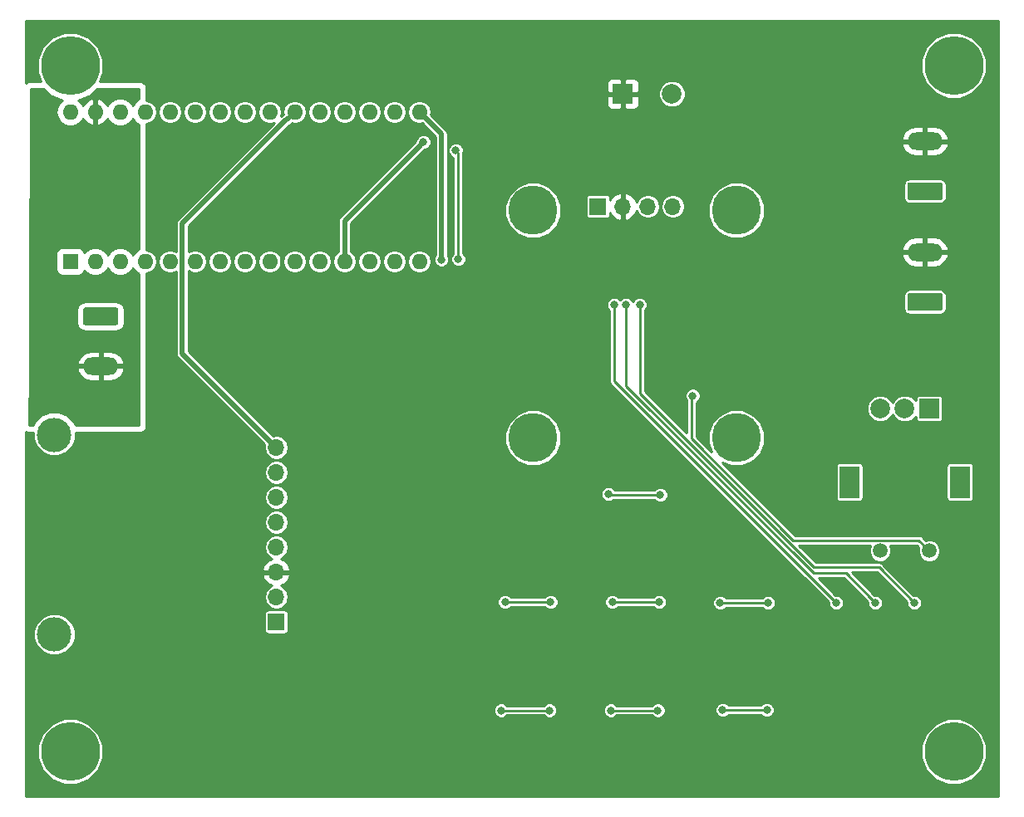
<source format=gbr>
G04 #@! TF.GenerationSoftware,KiCad,Pcbnew,5.0.2+dfsg1-1*
G04 #@! TF.CreationDate,2020-12-25T18:29:03+01:00*
G04 #@! TF.ProjectId,Reflow_Control,5265666c-6f77-45f4-936f-6e74726f6c2e,rev?*
G04 #@! TF.SameCoordinates,Original*
G04 #@! TF.FileFunction,Copper,L2,Bot*
G04 #@! TF.FilePolarity,Positive*
%FSLAX46Y46*%
G04 Gerber Fmt 4.6, Leading zero omitted, Abs format (unit mm)*
G04 Created by KiCad (PCBNEW 5.0.2+dfsg1-1) date Fri 25 Dec 2020 06:29:03 PM CET*
%MOMM*%
%LPD*%
G01*
G04 APERTURE LIST*
G04 #@! TA.AperFunction,ComponentPad*
%ADD10O,3.600000X1.800000*%
G04 #@! TD*
G04 #@! TA.AperFunction,Conductor*
%ADD11C,0.100000*%
G04 #@! TD*
G04 #@! TA.AperFunction,ComponentPad*
%ADD12C,1.800000*%
G04 #@! TD*
G04 #@! TA.AperFunction,ComponentPad*
%ADD13R,2.000000X2.000000*%
G04 #@! TD*
G04 #@! TA.AperFunction,ComponentPad*
%ADD14C,2.000000*%
G04 #@! TD*
G04 #@! TA.AperFunction,ComponentPad*
%ADD15C,5.000000*%
G04 #@! TD*
G04 #@! TA.AperFunction,ComponentPad*
%ADD16C,0.800000*%
G04 #@! TD*
G04 #@! TA.AperFunction,ComponentPad*
%ADD17C,6.000000*%
G04 #@! TD*
G04 #@! TA.AperFunction,ComponentPad*
%ADD18R,1.700000X1.700000*%
G04 #@! TD*
G04 #@! TA.AperFunction,ComponentPad*
%ADD19O,1.700000X1.700000*%
G04 #@! TD*
G04 #@! TA.AperFunction,ComponentPad*
%ADD20R,1.600000X1.600000*%
G04 #@! TD*
G04 #@! TA.AperFunction,ComponentPad*
%ADD21O,1.600000X1.600000*%
G04 #@! TD*
G04 #@! TA.AperFunction,ComponentPad*
%ADD22C,1.500000*%
G04 #@! TD*
G04 #@! TA.AperFunction,ComponentPad*
%ADD23R,2.000000X3.200000*%
G04 #@! TD*
G04 #@! TA.AperFunction,ComponentPad*
%ADD24C,3.500000*%
G04 #@! TD*
G04 #@! TA.AperFunction,ViaPad*
%ADD25C,0.800000*%
G04 #@! TD*
G04 #@! TA.AperFunction,Conductor*
%ADD26C,0.250000*%
G04 #@! TD*
G04 #@! TA.AperFunction,Conductor*
%ADD27C,0.500000*%
G04 #@! TD*
G04 #@! TA.AperFunction,Conductor*
%ADD28C,0.254000*%
G04 #@! TD*
G04 APERTURE END LIST*
D10*
G04 #@! TO.P,J1,2*
G04 #@! TO.N,GND*
X108100000Y-85680000D03*
D11*
G04 #@! TD*
G04 #@! TO.N,+5V*
G04 #@! TO.C,J1*
G36*
X109674504Y-79701204D02*
X109698773Y-79704804D01*
X109722571Y-79710765D01*
X109745671Y-79719030D01*
X109767849Y-79729520D01*
X109788893Y-79742133D01*
X109808598Y-79756747D01*
X109826777Y-79773223D01*
X109843253Y-79791402D01*
X109857867Y-79811107D01*
X109870480Y-79832151D01*
X109880970Y-79854329D01*
X109889235Y-79877429D01*
X109895196Y-79901227D01*
X109898796Y-79925496D01*
X109900000Y-79950000D01*
X109900000Y-81250000D01*
X109898796Y-81274504D01*
X109895196Y-81298773D01*
X109889235Y-81322571D01*
X109880970Y-81345671D01*
X109870480Y-81367849D01*
X109857867Y-81388893D01*
X109843253Y-81408598D01*
X109826777Y-81426777D01*
X109808598Y-81443253D01*
X109788893Y-81457867D01*
X109767849Y-81470480D01*
X109745671Y-81480970D01*
X109722571Y-81489235D01*
X109698773Y-81495196D01*
X109674504Y-81498796D01*
X109650000Y-81500000D01*
X106550000Y-81500000D01*
X106525496Y-81498796D01*
X106501227Y-81495196D01*
X106477429Y-81489235D01*
X106454329Y-81480970D01*
X106432151Y-81470480D01*
X106411107Y-81457867D01*
X106391402Y-81443253D01*
X106373223Y-81426777D01*
X106356747Y-81408598D01*
X106342133Y-81388893D01*
X106329520Y-81367849D01*
X106319030Y-81345671D01*
X106310765Y-81322571D01*
X106304804Y-81298773D01*
X106301204Y-81274504D01*
X106300000Y-81250000D01*
X106300000Y-79950000D01*
X106301204Y-79925496D01*
X106304804Y-79901227D01*
X106310765Y-79877429D01*
X106319030Y-79854329D01*
X106329520Y-79832151D01*
X106342133Y-79811107D01*
X106356747Y-79791402D01*
X106373223Y-79773223D01*
X106391402Y-79756747D01*
X106411107Y-79742133D01*
X106432151Y-79729520D01*
X106454329Y-79719030D01*
X106477429Y-79710765D01*
X106501227Y-79704804D01*
X106525496Y-79701204D01*
X106550000Y-79700000D01*
X109650000Y-79700000D01*
X109674504Y-79701204D01*
X109674504Y-79701204D01*
G37*
D12*
G04 #@! TO.P,J1,1*
G04 #@! TO.N,+5V*
X108100000Y-80600000D03*
G04 #@! TD*
D13*
G04 #@! TO.P,BZ1,1*
G04 #@! TO.N,+3V3*
X161290000Y-57912000D03*
D14*
G04 #@! TO.P,BZ1,2*
G04 #@! TO.N,Net-(BZ1-Pad2)*
X166290000Y-57912000D03*
G04 #@! TD*
D15*
G04 #@! TO.P,H1,1*
G04 #@! TO.N,N/C*
X172850000Y-69800000D03*
G04 #@! TD*
G04 #@! TO.P,H2,1*
G04 #@! TO.N,N/C*
X172850000Y-93000000D03*
G04 #@! TD*
G04 #@! TO.P,H3,1*
G04 #@! TO.N,N/C*
X152150000Y-93000000D03*
G04 #@! TD*
G04 #@! TO.P,H4,1*
G04 #@! TO.N,N/C*
X152150000Y-69800000D03*
G04 #@! TD*
D16*
G04 #@! TO.P,H7,1*
G04 #@! TO.N,N/C*
X196590990Y-53409010D03*
X195000000Y-52750000D03*
X193409010Y-53409010D03*
X192750000Y-55000000D03*
X193409010Y-56590990D03*
X195000000Y-57250000D03*
X196590990Y-56590990D03*
X197250000Y-55000000D03*
D17*
X195000000Y-55000000D03*
G04 #@! TD*
G04 #@! TO.P,H8,1*
G04 #@! TO.N,N/C*
X195000000Y-125000000D03*
D16*
X197250000Y-125000000D03*
X196590990Y-126590990D03*
X195000000Y-127250000D03*
X193409010Y-126590990D03*
X192750000Y-125000000D03*
X193409010Y-123409010D03*
X195000000Y-122750000D03*
X196590990Y-123409010D03*
G04 #@! TD*
G04 #@! TO.P,H9,1*
G04 #@! TO.N,N/C*
X106590990Y-123409010D03*
X105000000Y-122750000D03*
X103409010Y-123409010D03*
X102750000Y-125000000D03*
X103409010Y-126590990D03*
X105000000Y-127250000D03*
X106590990Y-126590990D03*
X107250000Y-125000000D03*
D17*
X105000000Y-125000000D03*
G04 #@! TD*
D16*
G04 #@! TO.P,H10,1*
G04 #@! TO.N,N/C*
X106590990Y-53409010D03*
X105000000Y-52750000D03*
X103409010Y-53409010D03*
X102750000Y-55000000D03*
X103409010Y-56590990D03*
X105000000Y-57250000D03*
X106590990Y-56590990D03*
X107250000Y-55000000D03*
D17*
X105000000Y-55000000D03*
G04 #@! TD*
D11*
G04 #@! TO.N,Net-(D4-Pad1)*
G04 #@! TO.C,J2*
G36*
X193637004Y-66931204D02*
X193661273Y-66934804D01*
X193685071Y-66940765D01*
X193708171Y-66949030D01*
X193730349Y-66959520D01*
X193751393Y-66972133D01*
X193771098Y-66986747D01*
X193789277Y-67003223D01*
X193805753Y-67021402D01*
X193820367Y-67041107D01*
X193832980Y-67062151D01*
X193843470Y-67084329D01*
X193851735Y-67107429D01*
X193857696Y-67131227D01*
X193861296Y-67155496D01*
X193862500Y-67180000D01*
X193862500Y-68480000D01*
X193861296Y-68504504D01*
X193857696Y-68528773D01*
X193851735Y-68552571D01*
X193843470Y-68575671D01*
X193832980Y-68597849D01*
X193820367Y-68618893D01*
X193805753Y-68638598D01*
X193789277Y-68656777D01*
X193771098Y-68673253D01*
X193751393Y-68687867D01*
X193730349Y-68700480D01*
X193708171Y-68710970D01*
X193685071Y-68719235D01*
X193661273Y-68725196D01*
X193637004Y-68728796D01*
X193612500Y-68730000D01*
X190512500Y-68730000D01*
X190487996Y-68728796D01*
X190463727Y-68725196D01*
X190439929Y-68719235D01*
X190416829Y-68710970D01*
X190394651Y-68700480D01*
X190373607Y-68687867D01*
X190353902Y-68673253D01*
X190335723Y-68656777D01*
X190319247Y-68638598D01*
X190304633Y-68618893D01*
X190292020Y-68597849D01*
X190281530Y-68575671D01*
X190273265Y-68552571D01*
X190267304Y-68528773D01*
X190263704Y-68504504D01*
X190262500Y-68480000D01*
X190262500Y-67180000D01*
X190263704Y-67155496D01*
X190267304Y-67131227D01*
X190273265Y-67107429D01*
X190281530Y-67084329D01*
X190292020Y-67062151D01*
X190304633Y-67041107D01*
X190319247Y-67021402D01*
X190335723Y-67003223D01*
X190353902Y-66986747D01*
X190373607Y-66972133D01*
X190394651Y-66959520D01*
X190416829Y-66949030D01*
X190439929Y-66940765D01*
X190463727Y-66934804D01*
X190487996Y-66931204D01*
X190512500Y-66930000D01*
X193612500Y-66930000D01*
X193637004Y-66931204D01*
X193637004Y-66931204D01*
G37*
D12*
G04 #@! TD*
G04 #@! TO.P,J2,1*
G04 #@! TO.N,Net-(D4-Pad1)*
X192062500Y-67830000D03*
D10*
G04 #@! TO.P,J2,2*
G04 #@! TO.N,+3V3*
X192062500Y-62750000D03*
G04 #@! TD*
D18*
G04 #@! TO.P,U1,1*
G04 #@! TO.N,GND*
X158750000Y-69400000D03*
D19*
G04 #@! TO.P,U1,2*
G04 #@! TO.N,+3V3*
X161290000Y-69400000D03*
G04 #@! TO.P,U1,3*
G04 #@! TO.N,I2C1_SCL*
X163830000Y-69400000D03*
G04 #@! TO.P,U1,4*
G04 #@! TO.N,I2C1_SDA*
X166370000Y-69400000D03*
G04 #@! TD*
D20*
G04 #@! TO.P,U2,1*
G04 #@! TO.N,N/C*
X105000000Y-75000000D03*
D21*
G04 #@! TO.P,U2,17*
G04 #@! TO.N,Net-(JP1-Pad1)*
X138020000Y-59760000D03*
G04 #@! TO.P,U2,2*
G04 #@! TO.N,N/C*
X107540000Y-75000000D03*
G04 #@! TO.P,U2,18*
X135480000Y-59760000D03*
G04 #@! TO.P,U2,3*
X110080000Y-75000000D03*
G04 #@! TO.P,U2,19*
G04 #@! TO.N,INT_ENC_A*
X132940000Y-59760000D03*
G04 #@! TO.P,U2,4*
G04 #@! TO.N,GND*
X112620000Y-75000000D03*
G04 #@! TO.P,U2,20*
G04 #@! TO.N,INT_ENC_B*
X130400000Y-59760000D03*
G04 #@! TO.P,U2,5*
G04 #@! TO.N,N/C*
X115160000Y-75000000D03*
G04 #@! TO.P,U2,21*
G04 #@! TO.N,INT_MAX31865_RDY*
X127860000Y-59760000D03*
G04 #@! TO.P,U2,6*
G04 #@! TO.N,N/C*
X117700000Y-75000000D03*
G04 #@! TO.P,U2,22*
G04 #@! TO.N,INT_PCA9555*
X125320000Y-59760000D03*
G04 #@! TO.P,U2,7*
G04 #@! TO.N,I2C1_SDA*
X120240000Y-75000000D03*
G04 #@! TO.P,U2,23*
G04 #@! TO.N,N/C*
X122780000Y-59760000D03*
G04 #@! TO.P,U2,8*
G04 #@! TO.N,I2C1_SCL*
X122780000Y-75000000D03*
G04 #@! TO.P,U2,24*
G04 #@! TO.N,N/C*
X120240000Y-59760000D03*
G04 #@! TO.P,U2,9*
X125320000Y-75000000D03*
G04 #@! TO.P,U2,25*
G04 #@! TO.N,TIM3_CH1_HEATER_PWM*
X117700000Y-59760000D03*
G04 #@! TO.P,U2,10*
G04 #@! TO.N,N/C*
X127860000Y-75000000D03*
G04 #@! TO.P,U2,26*
G04 #@! TO.N,TIM3_CH2_HEATER_PWM*
X115160000Y-59760000D03*
G04 #@! TO.P,U2,11*
G04 #@! TO.N,N/C*
X130400000Y-75000000D03*
G04 #@! TO.P,U2,27*
G04 #@! TO.N,+5V*
X112620000Y-59760000D03*
G04 #@! TO.P,U2,12*
G04 #@! TO.N,TIM1_CH1_PWM_Buzzer*
X132940000Y-75000000D03*
G04 #@! TO.P,U2,28*
G04 #@! TO.N,N/C*
X110080000Y-59760000D03*
G04 #@! TO.P,U2,13*
G04 #@! TO.N,SPI1_CS_MAX31865*
X135480000Y-75000000D03*
G04 #@! TO.P,U2,29*
G04 #@! TO.N,GND*
X107540000Y-59760000D03*
G04 #@! TO.P,U2,14*
G04 #@! TO.N,SPI1_MOSI*
X138020000Y-75000000D03*
G04 #@! TO.P,U2,30*
G04 #@! TO.N,N/C*
X105000000Y-59760000D03*
G04 #@! TO.P,U2,15*
G04 #@! TO.N,SPI1_MISO*
X140560000Y-75000000D03*
G04 #@! TO.P,U2,16*
G04 #@! TO.N,SPI1_SCK*
X140560000Y-59760000D03*
G04 #@! TD*
D18*
G04 #@! TO.P,U3,1*
G04 #@! TO.N,N/C*
X125984000Y-111760000D03*
D19*
G04 #@! TO.P,U3,2*
G04 #@! TO.N,GND*
X125984000Y-109220000D03*
G04 #@! TO.P,U3,3*
G04 #@! TO.N,+3V3*
X125984000Y-106680000D03*
G04 #@! TO.P,U3,4*
G04 #@! TO.N,SPI1_SCK*
X125984000Y-104140000D03*
G04 #@! TO.P,U3,5*
G04 #@! TO.N,SPI1_MISO*
X125984000Y-101600000D03*
G04 #@! TO.P,U3,6*
G04 #@! TO.N,SPI1_MOSI*
X125984000Y-99060000D03*
G04 #@! TO.P,U3,7*
G04 #@! TO.N,SPI1_CS_MAX31865*
X125984000Y-96520000D03*
G04 #@! TO.P,U3,8*
G04 #@! TO.N,INT_MAX31865_RDY*
X125984000Y-93980000D03*
G04 #@! TD*
D11*
G04 #@! TO.N,Net-(D5-Pad1)*
G04 #@! TO.C,J3*
G36*
X193637004Y-78231204D02*
X193661273Y-78234804D01*
X193685071Y-78240765D01*
X193708171Y-78249030D01*
X193730349Y-78259520D01*
X193751393Y-78272133D01*
X193771098Y-78286747D01*
X193789277Y-78303223D01*
X193805753Y-78321402D01*
X193820367Y-78341107D01*
X193832980Y-78362151D01*
X193843470Y-78384329D01*
X193851735Y-78407429D01*
X193857696Y-78431227D01*
X193861296Y-78455496D01*
X193862500Y-78480000D01*
X193862500Y-79780000D01*
X193861296Y-79804504D01*
X193857696Y-79828773D01*
X193851735Y-79852571D01*
X193843470Y-79875671D01*
X193832980Y-79897849D01*
X193820367Y-79918893D01*
X193805753Y-79938598D01*
X193789277Y-79956777D01*
X193771098Y-79973253D01*
X193751393Y-79987867D01*
X193730349Y-80000480D01*
X193708171Y-80010970D01*
X193685071Y-80019235D01*
X193661273Y-80025196D01*
X193637004Y-80028796D01*
X193612500Y-80030000D01*
X190512500Y-80030000D01*
X190487996Y-80028796D01*
X190463727Y-80025196D01*
X190439929Y-80019235D01*
X190416829Y-80010970D01*
X190394651Y-80000480D01*
X190373607Y-79987867D01*
X190353902Y-79973253D01*
X190335723Y-79956777D01*
X190319247Y-79938598D01*
X190304633Y-79918893D01*
X190292020Y-79897849D01*
X190281530Y-79875671D01*
X190273265Y-79852571D01*
X190267304Y-79828773D01*
X190263704Y-79804504D01*
X190262500Y-79780000D01*
X190262500Y-78480000D01*
X190263704Y-78455496D01*
X190267304Y-78431227D01*
X190273265Y-78407429D01*
X190281530Y-78384329D01*
X190292020Y-78362151D01*
X190304633Y-78341107D01*
X190319247Y-78321402D01*
X190335723Y-78303223D01*
X190353902Y-78286747D01*
X190373607Y-78272133D01*
X190394651Y-78259520D01*
X190416829Y-78249030D01*
X190439929Y-78240765D01*
X190463727Y-78234804D01*
X190487996Y-78231204D01*
X190512500Y-78230000D01*
X193612500Y-78230000D01*
X193637004Y-78231204D01*
X193637004Y-78231204D01*
G37*
D12*
G04 #@! TD*
G04 #@! TO.P,J3,1*
G04 #@! TO.N,Net-(D5-Pad1)*
X192062500Y-79130000D03*
D10*
G04 #@! TO.P,J3,2*
G04 #@! TO.N,+3V3*
X192062500Y-74050000D03*
G04 #@! TD*
D22*
G04 #@! TO.P,SW5,S2*
G04 #@! TO.N,GND*
X187500000Y-104500000D03*
G04 #@! TO.P,SW5,S1*
G04 #@! TO.N,ENC_Switch*
X192500000Y-104500000D03*
D23*
G04 #@! TO.P,SW5,MP*
G04 #@! TO.N,N/C*
X184400000Y-97500000D03*
X195600000Y-97500000D03*
D14*
G04 #@! TO.P,SW5,B*
G04 #@! TO.N,INT_ENC_A*
X187500000Y-90000000D03*
G04 #@! TO.P,SW5,C*
G04 #@! TO.N,GND*
X190000000Y-90000000D03*
D13*
G04 #@! TO.P,SW5,A*
G04 #@! TO.N,INT_ENC_B*
X192500000Y-90000000D03*
G04 #@! TD*
D24*
G04 #@! TO.P,H5,1*
G04 #@! TO.N,N/C*
X103378000Y-113030000D03*
G04 #@! TD*
G04 #@! TO.P,H6,1*
G04 #@! TO.N,N/C*
X103378000Y-92710000D03*
G04 #@! TD*
D25*
G04 #@! TO.N,+3V3*
X128524000Y-80518000D03*
X118364000Y-93980000D03*
X129540000Y-80518000D03*
X130556000Y-80518000D03*
X131572000Y-80518000D03*
X132588000Y-80518000D03*
X131572000Y-81534000D03*
X132588000Y-81534000D03*
X128524000Y-81534000D03*
X129540000Y-81534000D03*
X130556000Y-81534000D03*
X148209000Y-77978000D03*
X148209000Y-81280000D03*
X148209000Y-84582000D03*
X148209000Y-87884000D03*
X181875000Y-87768000D03*
X198250000Y-87633000D03*
X122682000Y-67310000D03*
X156972000Y-74168000D03*
X140800000Y-56600000D03*
X140800000Y-56600000D03*
X121412000Y-68072000D03*
G04 #@! TO.N,BTN_UP*
X165100000Y-98806000D03*
X159829500Y-98742500D03*
G04 #@! TO.N,BTN_DOWN*
X164846000Y-120777000D03*
X160083500Y-120777000D03*
G04 #@! TO.N,BTN_LEFT*
X153924000Y-109728000D03*
X149288500Y-109728000D03*
G04 #@! TO.N,BTN_CENTER*
X164973000Y-109728000D03*
X160210500Y-109728000D03*
G04 #@! TO.N,ENC_Switch*
X168402000Y-88696800D03*
G04 #@! TO.N,BTN_RIGHT*
X176085500Y-109791500D03*
X171196000Y-109791500D03*
G04 #@! TO.N,BTN_A*
X153797000Y-120777000D03*
X148907500Y-120777000D03*
G04 #@! TO.N,BTN_B*
X175958500Y-120713500D03*
X171450000Y-120713500D03*
G04 #@! TO.N,Net-(D1-Pad2)*
X163000000Y-79400000D03*
X191000000Y-109800000D03*
G04 #@! TO.N,Net-(D2-Pad2)*
X161600000Y-79400000D03*
X187000000Y-109800000D03*
G04 #@! TO.N,Net-(D3-Pad2)*
X160400000Y-79400000D03*
X183000000Y-109800000D03*
G04 #@! TO.N,INT_PCA9555*
X144526000Y-74777600D03*
X144272000Y-63652400D03*
G04 #@! TO.N,TIM1_CH1_PWM_Buzzer*
X140970000Y-62839596D03*
G04 #@! TO.N,SPI1_SCK*
X142811500Y-74803000D03*
G04 #@! TD*
D26*
G04 #@! TO.N,+3V3*
X128524000Y-80518000D02*
X126445001Y-78439001D01*
X121811999Y-68471999D02*
X121412000Y-68072000D01*
X126445001Y-78439001D02*
X126445001Y-73105001D01*
X126445001Y-73105001D02*
X121811999Y-68471999D01*
G04 #@! TO.N,BTN_UP*
X159893000Y-98806000D02*
X159829500Y-98742500D01*
X165100000Y-98806000D02*
X159893000Y-98806000D01*
G04 #@! TO.N,BTN_DOWN*
X164846000Y-120777000D02*
X160083500Y-120777000D01*
G04 #@! TO.N,BTN_LEFT*
X153924000Y-109728000D02*
X149288500Y-109728000D01*
G04 #@! TO.N,BTN_CENTER*
X164973000Y-109728000D02*
X160210500Y-109728000D01*
G04 #@! TO.N,ENC_Switch*
X178624999Y-103424999D02*
X168249600Y-93049600D01*
X168249600Y-88849200D02*
X168402000Y-88696800D01*
X191424999Y-103424999D02*
X178624999Y-103424999D01*
X168249600Y-93049600D02*
X168249600Y-88849200D01*
X192500000Y-104500000D02*
X191424999Y-103424999D01*
G04 #@! TO.N,BTN_RIGHT*
X176085500Y-109791500D02*
X171196000Y-109791500D01*
G04 #@! TO.N,BTN_A*
X153797000Y-120777000D02*
X148907500Y-120777000D01*
G04 #@! TO.N,BTN_B*
X175958500Y-120713500D02*
X171450000Y-120713500D01*
G04 #@! TO.N,Net-(D1-Pad2)*
X180763589Y-106200000D02*
X163000000Y-88436411D01*
X191000000Y-109800000D02*
X187400000Y-106200000D01*
X163000000Y-79965685D02*
X163000000Y-79400000D01*
X163000000Y-88436411D02*
X163000000Y-79965685D01*
X187400000Y-106200000D02*
X180763589Y-106200000D01*
G04 #@! TO.N,Net-(D2-Pad2)*
X186600001Y-109400001D02*
X187000000Y-109800000D01*
X180727178Y-106800000D02*
X184000000Y-106800000D01*
X184000000Y-106800000D02*
X186600001Y-109400001D01*
X161600000Y-87672822D02*
X180727178Y-106800000D01*
X161600000Y-79400000D02*
X161600000Y-87672822D01*
G04 #@! TO.N,Net-(D3-Pad2)*
X160400000Y-87200000D02*
X160400000Y-79400000D01*
X183000000Y-109800000D02*
X160400000Y-87200000D01*
D27*
G04 #@! TO.N,INT_MAX31865_RDY*
X126989997Y-60559999D02*
X127060001Y-60559999D01*
X116410001Y-84406001D02*
X116410001Y-71139995D01*
X116410001Y-71139995D02*
X126989997Y-60559999D01*
X125984000Y-93980000D02*
X116410001Y-84406001D01*
X127060001Y-60559999D02*
X127860000Y-59760000D01*
D26*
G04 #@! TO.N,INT_PCA9555*
X144526000Y-63906400D02*
X144272000Y-63652400D01*
X144526000Y-74777600D02*
X144526000Y-63906400D01*
D27*
G04 #@! TO.N,TIM1_CH1_PWM_Buzzer*
X140570001Y-63239595D02*
X140970000Y-62839596D01*
X132940000Y-75000000D02*
X132940000Y-70869596D01*
X132940000Y-70869596D02*
X140570001Y-63239595D01*
G04 #@! TO.N,SPI1_SCK*
X142811500Y-62011500D02*
X140560000Y-59760000D01*
X142811500Y-74803000D02*
X142811500Y-62011500D01*
G04 #@! TD*
D28*
G04 #@! TO.N,+3V3*
G36*
X199544000Y-129544000D02*
X100456000Y-129544000D01*
X100456000Y-124327477D01*
X101619000Y-124327477D01*
X101619000Y-125672523D01*
X102133726Y-126915183D01*
X103084817Y-127866274D01*
X104327477Y-128381000D01*
X105672523Y-128381000D01*
X106915183Y-127866274D01*
X107866274Y-126915183D01*
X108381000Y-125672523D01*
X108381000Y-124327477D01*
X191619000Y-124327477D01*
X191619000Y-125672523D01*
X192133726Y-126915183D01*
X193084817Y-127866274D01*
X194327477Y-128381000D01*
X195672523Y-128381000D01*
X196915183Y-127866274D01*
X197866274Y-126915183D01*
X198381000Y-125672523D01*
X198381000Y-124327477D01*
X197866274Y-123084817D01*
X196915183Y-122133726D01*
X195672523Y-121619000D01*
X194327477Y-121619000D01*
X193084817Y-122133726D01*
X192133726Y-123084817D01*
X191619000Y-124327477D01*
X108381000Y-124327477D01*
X107866274Y-123084817D01*
X106915183Y-122133726D01*
X105672523Y-121619000D01*
X104327477Y-121619000D01*
X103084817Y-122133726D01*
X102133726Y-123084817D01*
X101619000Y-124327477D01*
X100456000Y-124327477D01*
X100456000Y-120621649D01*
X148126500Y-120621649D01*
X148126500Y-120932351D01*
X148245400Y-121219401D01*
X148465099Y-121439100D01*
X148752149Y-121558000D01*
X149062851Y-121558000D01*
X149349901Y-121439100D01*
X149506001Y-121283000D01*
X153198499Y-121283000D01*
X153354599Y-121439100D01*
X153641649Y-121558000D01*
X153952351Y-121558000D01*
X154239401Y-121439100D01*
X154459100Y-121219401D01*
X154578000Y-120932351D01*
X154578000Y-120621649D01*
X159302500Y-120621649D01*
X159302500Y-120932351D01*
X159421400Y-121219401D01*
X159641099Y-121439100D01*
X159928149Y-121558000D01*
X160238851Y-121558000D01*
X160525901Y-121439100D01*
X160682001Y-121283000D01*
X164247499Y-121283000D01*
X164403599Y-121439100D01*
X164690649Y-121558000D01*
X165001351Y-121558000D01*
X165288401Y-121439100D01*
X165508100Y-121219401D01*
X165627000Y-120932351D01*
X165627000Y-120621649D01*
X165600698Y-120558149D01*
X170669000Y-120558149D01*
X170669000Y-120868851D01*
X170787900Y-121155901D01*
X171007599Y-121375600D01*
X171294649Y-121494500D01*
X171605351Y-121494500D01*
X171892401Y-121375600D01*
X172048501Y-121219500D01*
X175359999Y-121219500D01*
X175516099Y-121375600D01*
X175803149Y-121494500D01*
X176113851Y-121494500D01*
X176400901Y-121375600D01*
X176620600Y-121155901D01*
X176739500Y-120868851D01*
X176739500Y-120558149D01*
X176620600Y-120271099D01*
X176400901Y-120051400D01*
X176113851Y-119932500D01*
X175803149Y-119932500D01*
X175516099Y-120051400D01*
X175359999Y-120207500D01*
X172048501Y-120207500D01*
X171892401Y-120051400D01*
X171605351Y-119932500D01*
X171294649Y-119932500D01*
X171007599Y-120051400D01*
X170787900Y-120271099D01*
X170669000Y-120558149D01*
X165600698Y-120558149D01*
X165508100Y-120334599D01*
X165288401Y-120114900D01*
X165001351Y-119996000D01*
X164690649Y-119996000D01*
X164403599Y-120114900D01*
X164247499Y-120271000D01*
X160682001Y-120271000D01*
X160525901Y-120114900D01*
X160238851Y-119996000D01*
X159928149Y-119996000D01*
X159641099Y-120114900D01*
X159421400Y-120334599D01*
X159302500Y-120621649D01*
X154578000Y-120621649D01*
X154459100Y-120334599D01*
X154239401Y-120114900D01*
X153952351Y-119996000D01*
X153641649Y-119996000D01*
X153354599Y-120114900D01*
X153198499Y-120271000D01*
X149506001Y-120271000D01*
X149349901Y-120114900D01*
X149062851Y-119996000D01*
X148752149Y-119996000D01*
X148465099Y-120114900D01*
X148245400Y-120334599D01*
X148126500Y-120621649D01*
X100456000Y-120621649D01*
X100456000Y-112606118D01*
X101247000Y-112606118D01*
X101247000Y-113453882D01*
X101571425Y-114237115D01*
X102170885Y-114836575D01*
X102954118Y-115161000D01*
X103801882Y-115161000D01*
X104585115Y-114836575D01*
X105184575Y-114237115D01*
X105509000Y-113453882D01*
X105509000Y-112606118D01*
X105184575Y-111822885D01*
X104585115Y-111223425D01*
X103828439Y-110910000D01*
X124745536Y-110910000D01*
X124745536Y-112610000D01*
X124775106Y-112758659D01*
X124859314Y-112884686D01*
X124985341Y-112968894D01*
X125134000Y-112998464D01*
X126834000Y-112998464D01*
X126982659Y-112968894D01*
X127108686Y-112884686D01*
X127192894Y-112758659D01*
X127222464Y-112610000D01*
X127222464Y-110910000D01*
X127192894Y-110761341D01*
X127108686Y-110635314D01*
X126982659Y-110551106D01*
X126834000Y-110521536D01*
X125134000Y-110521536D01*
X124985341Y-110551106D01*
X124859314Y-110635314D01*
X124775106Y-110761341D01*
X124745536Y-110910000D01*
X103828439Y-110910000D01*
X103801882Y-110899000D01*
X102954118Y-110899000D01*
X102170885Y-111223425D01*
X101571425Y-111822885D01*
X101247000Y-112606118D01*
X100456000Y-112606118D01*
X100456000Y-107036890D01*
X124542524Y-107036890D01*
X124712355Y-107446924D01*
X125102642Y-107875183D01*
X125500963Y-108062245D01*
X125096499Y-108332499D01*
X124824424Y-108739688D01*
X124728884Y-109220000D01*
X124824424Y-109700312D01*
X125096499Y-110107501D01*
X125503688Y-110379576D01*
X125862761Y-110451000D01*
X126105239Y-110451000D01*
X126464312Y-110379576D01*
X126871501Y-110107501D01*
X127143576Y-109700312D01*
X127168969Y-109572649D01*
X148507500Y-109572649D01*
X148507500Y-109883351D01*
X148626400Y-110170401D01*
X148846099Y-110390100D01*
X149133149Y-110509000D01*
X149443851Y-110509000D01*
X149730901Y-110390100D01*
X149887001Y-110234000D01*
X153325499Y-110234000D01*
X153481599Y-110390100D01*
X153768649Y-110509000D01*
X154079351Y-110509000D01*
X154366401Y-110390100D01*
X154586100Y-110170401D01*
X154705000Y-109883351D01*
X154705000Y-109572649D01*
X159429500Y-109572649D01*
X159429500Y-109883351D01*
X159548400Y-110170401D01*
X159768099Y-110390100D01*
X160055149Y-110509000D01*
X160365851Y-110509000D01*
X160652901Y-110390100D01*
X160809001Y-110234000D01*
X164374499Y-110234000D01*
X164530599Y-110390100D01*
X164817649Y-110509000D01*
X165128351Y-110509000D01*
X165415401Y-110390100D01*
X165635100Y-110170401D01*
X165754000Y-109883351D01*
X165754000Y-109636149D01*
X170415000Y-109636149D01*
X170415000Y-109946851D01*
X170533900Y-110233901D01*
X170753599Y-110453600D01*
X171040649Y-110572500D01*
X171351351Y-110572500D01*
X171638401Y-110453600D01*
X171794501Y-110297500D01*
X175486999Y-110297500D01*
X175643099Y-110453600D01*
X175930149Y-110572500D01*
X176240851Y-110572500D01*
X176527901Y-110453600D01*
X176747600Y-110233901D01*
X176866500Y-109946851D01*
X176866500Y-109636149D01*
X176747600Y-109349099D01*
X176527901Y-109129400D01*
X176240851Y-109010500D01*
X175930149Y-109010500D01*
X175643099Y-109129400D01*
X175486999Y-109285500D01*
X171794501Y-109285500D01*
X171638401Y-109129400D01*
X171351351Y-109010500D01*
X171040649Y-109010500D01*
X170753599Y-109129400D01*
X170533900Y-109349099D01*
X170415000Y-109636149D01*
X165754000Y-109636149D01*
X165754000Y-109572649D01*
X165635100Y-109285599D01*
X165415401Y-109065900D01*
X165128351Y-108947000D01*
X164817649Y-108947000D01*
X164530599Y-109065900D01*
X164374499Y-109222000D01*
X160809001Y-109222000D01*
X160652901Y-109065900D01*
X160365851Y-108947000D01*
X160055149Y-108947000D01*
X159768099Y-109065900D01*
X159548400Y-109285599D01*
X159429500Y-109572649D01*
X154705000Y-109572649D01*
X154586100Y-109285599D01*
X154366401Y-109065900D01*
X154079351Y-108947000D01*
X153768649Y-108947000D01*
X153481599Y-109065900D01*
X153325499Y-109222000D01*
X149887001Y-109222000D01*
X149730901Y-109065900D01*
X149443851Y-108947000D01*
X149133149Y-108947000D01*
X148846099Y-109065900D01*
X148626400Y-109285599D01*
X148507500Y-109572649D01*
X127168969Y-109572649D01*
X127239116Y-109220000D01*
X127143576Y-108739688D01*
X126871501Y-108332499D01*
X126467037Y-108062245D01*
X126865358Y-107875183D01*
X127255645Y-107446924D01*
X127425476Y-107036890D01*
X127304155Y-106807000D01*
X126111000Y-106807000D01*
X126111000Y-106827000D01*
X125857000Y-106827000D01*
X125857000Y-106807000D01*
X124663845Y-106807000D01*
X124542524Y-107036890D01*
X100456000Y-107036890D01*
X100456000Y-106323110D01*
X124542524Y-106323110D01*
X124663845Y-106553000D01*
X125857000Y-106553000D01*
X125857000Y-106533000D01*
X126111000Y-106533000D01*
X126111000Y-106553000D01*
X127304155Y-106553000D01*
X127425476Y-106323110D01*
X127255645Y-105913076D01*
X126865358Y-105484817D01*
X126467037Y-105297755D01*
X126871501Y-105027501D01*
X127143576Y-104620312D01*
X127239116Y-104140000D01*
X127143576Y-103659688D01*
X126871501Y-103252499D01*
X126464312Y-102980424D01*
X126105239Y-102909000D01*
X125862761Y-102909000D01*
X125503688Y-102980424D01*
X125096499Y-103252499D01*
X124824424Y-103659688D01*
X124728884Y-104140000D01*
X124824424Y-104620312D01*
X125096499Y-105027501D01*
X125500963Y-105297755D01*
X125102642Y-105484817D01*
X124712355Y-105913076D01*
X124542524Y-106323110D01*
X100456000Y-106323110D01*
X100456000Y-101600000D01*
X124728884Y-101600000D01*
X124824424Y-102080312D01*
X125096499Y-102487501D01*
X125503688Y-102759576D01*
X125862761Y-102831000D01*
X126105239Y-102831000D01*
X126464312Y-102759576D01*
X126871501Y-102487501D01*
X127143576Y-102080312D01*
X127239116Y-101600000D01*
X127143576Y-101119688D01*
X126871501Y-100712499D01*
X126464312Y-100440424D01*
X126105239Y-100369000D01*
X125862761Y-100369000D01*
X125503688Y-100440424D01*
X125096499Y-100712499D01*
X124824424Y-101119688D01*
X124728884Y-101600000D01*
X100456000Y-101600000D01*
X100456000Y-99060000D01*
X124728884Y-99060000D01*
X124824424Y-99540312D01*
X125096499Y-99947501D01*
X125503688Y-100219576D01*
X125862761Y-100291000D01*
X126105239Y-100291000D01*
X126464312Y-100219576D01*
X126871501Y-99947501D01*
X127143576Y-99540312D01*
X127239116Y-99060000D01*
X127145061Y-98587149D01*
X159048500Y-98587149D01*
X159048500Y-98897851D01*
X159167400Y-99184901D01*
X159387099Y-99404600D01*
X159674149Y-99523500D01*
X159984851Y-99523500D01*
X160271901Y-99404600D01*
X160364501Y-99312000D01*
X164501499Y-99312000D01*
X164657599Y-99468100D01*
X164944649Y-99587000D01*
X165255351Y-99587000D01*
X165542401Y-99468100D01*
X165762100Y-99248401D01*
X165881000Y-98961351D01*
X165881000Y-98650649D01*
X165762100Y-98363599D01*
X165542401Y-98143900D01*
X165255351Y-98025000D01*
X164944649Y-98025000D01*
X164657599Y-98143900D01*
X164501499Y-98300000D01*
X160491501Y-98300000D01*
X160271901Y-98080400D01*
X159984851Y-97961500D01*
X159674149Y-97961500D01*
X159387099Y-98080400D01*
X159167400Y-98300099D01*
X159048500Y-98587149D01*
X127145061Y-98587149D01*
X127143576Y-98579688D01*
X126871501Y-98172499D01*
X126464312Y-97900424D01*
X126105239Y-97829000D01*
X125862761Y-97829000D01*
X125503688Y-97900424D01*
X125096499Y-98172499D01*
X124824424Y-98579688D01*
X124728884Y-99060000D01*
X100456000Y-99060000D01*
X100456000Y-96520000D01*
X124728884Y-96520000D01*
X124824424Y-97000312D01*
X125096499Y-97407501D01*
X125503688Y-97679576D01*
X125862761Y-97751000D01*
X126105239Y-97751000D01*
X126464312Y-97679576D01*
X126871501Y-97407501D01*
X127143576Y-97000312D01*
X127239116Y-96520000D01*
X127143576Y-96039688D01*
X126871501Y-95632499D01*
X126464312Y-95360424D01*
X126105239Y-95289000D01*
X125862761Y-95289000D01*
X125503688Y-95360424D01*
X125096499Y-95632499D01*
X124824424Y-96039688D01*
X124728884Y-96520000D01*
X100456000Y-96520000D01*
X100456000Y-92399649D01*
X100467996Y-92407664D01*
X100711000Y-92456000D01*
X101247000Y-92456000D01*
X101247000Y-93133882D01*
X101571425Y-93917115D01*
X102170885Y-94516575D01*
X102954118Y-94841000D01*
X103801882Y-94841000D01*
X104585115Y-94516575D01*
X105184575Y-93917115D01*
X105509000Y-93133882D01*
X105509000Y-92456000D01*
X112141000Y-92456000D01*
X112384004Y-92407664D01*
X112590013Y-92270013D01*
X112727664Y-92064004D01*
X112776000Y-91821000D01*
X112776000Y-76173107D01*
X113080803Y-76112478D01*
X113471453Y-75851453D01*
X113732478Y-75460803D01*
X113824137Y-75000000D01*
X113955863Y-75000000D01*
X114047522Y-75460803D01*
X114308547Y-75851453D01*
X114699197Y-76112478D01*
X115043682Y-76181000D01*
X115276318Y-76181000D01*
X115620803Y-76112478D01*
X115779002Y-76006773D01*
X115779001Y-84343853D01*
X115766639Y-84406001D01*
X115779001Y-84468148D01*
X115815612Y-84652204D01*
X115955075Y-84860927D01*
X116007766Y-84896134D01*
X124789068Y-93677437D01*
X124728884Y-93980000D01*
X124824424Y-94460312D01*
X125096499Y-94867501D01*
X125503688Y-95139576D01*
X125862761Y-95211000D01*
X126105239Y-95211000D01*
X126464312Y-95139576D01*
X126871501Y-94867501D01*
X127143576Y-94460312D01*
X127239116Y-93980000D01*
X127143576Y-93499688D01*
X126871501Y-93092499D01*
X126464312Y-92820424D01*
X126105239Y-92749000D01*
X125862761Y-92749000D01*
X125681437Y-92785068D01*
X125323302Y-92426933D01*
X149269000Y-92426933D01*
X149269000Y-93573067D01*
X149707606Y-94631955D01*
X150518045Y-95442394D01*
X151576933Y-95881000D01*
X152723067Y-95881000D01*
X153781955Y-95442394D01*
X154592394Y-94631955D01*
X155031000Y-93573067D01*
X155031000Y-92426933D01*
X154592394Y-91368045D01*
X153781955Y-90557606D01*
X152723067Y-90119000D01*
X151576933Y-90119000D01*
X150518045Y-90557606D01*
X149707606Y-91368045D01*
X149269000Y-92426933D01*
X125323302Y-92426933D01*
X117041001Y-84144633D01*
X117041001Y-79244649D01*
X159619000Y-79244649D01*
X159619000Y-79555351D01*
X159737900Y-79842401D01*
X159894001Y-79998502D01*
X159894000Y-87150166D01*
X159884087Y-87200000D01*
X159894000Y-87249834D01*
X159923359Y-87397430D01*
X160035194Y-87564806D01*
X160077448Y-87593039D01*
X182219000Y-109734593D01*
X182219000Y-109955351D01*
X182337900Y-110242401D01*
X182557599Y-110462100D01*
X182844649Y-110581000D01*
X183155351Y-110581000D01*
X183442401Y-110462100D01*
X183662100Y-110242401D01*
X183781000Y-109955351D01*
X183781000Y-109644649D01*
X183662100Y-109357599D01*
X183442401Y-109137900D01*
X183155351Y-109019000D01*
X182934593Y-109019000D01*
X181221593Y-107306000D01*
X183790409Y-107306000D01*
X186219000Y-109734592D01*
X186219000Y-109955351D01*
X186337900Y-110242401D01*
X186557599Y-110462100D01*
X186844649Y-110581000D01*
X187155351Y-110581000D01*
X187442401Y-110462100D01*
X187662100Y-110242401D01*
X187781000Y-109955351D01*
X187781000Y-109644649D01*
X187662100Y-109357599D01*
X187442401Y-109137900D01*
X187155351Y-109019000D01*
X186934592Y-109019000D01*
X184621591Y-106706000D01*
X187190409Y-106706000D01*
X190219000Y-109734592D01*
X190219000Y-109955351D01*
X190337900Y-110242401D01*
X190557599Y-110462100D01*
X190844649Y-110581000D01*
X191155351Y-110581000D01*
X191442401Y-110462100D01*
X191662100Y-110242401D01*
X191781000Y-109955351D01*
X191781000Y-109644649D01*
X191662100Y-109357599D01*
X191442401Y-109137900D01*
X191155351Y-109019000D01*
X190934592Y-109019000D01*
X187793039Y-105877448D01*
X187764806Y-105835194D01*
X187597431Y-105723359D01*
X187449835Y-105694000D01*
X187449834Y-105694000D01*
X187400000Y-105684087D01*
X187350166Y-105694000D01*
X180973181Y-105694000D01*
X179210180Y-103930999D01*
X186511502Y-103930999D01*
X186369000Y-104275030D01*
X186369000Y-104724970D01*
X186541184Y-105140660D01*
X186859340Y-105458816D01*
X187275030Y-105631000D01*
X187724970Y-105631000D01*
X188140660Y-105458816D01*
X188458816Y-105140660D01*
X188631000Y-104724970D01*
X188631000Y-104275030D01*
X188488498Y-103930999D01*
X191215408Y-103930999D01*
X191424778Y-104140369D01*
X191369000Y-104275030D01*
X191369000Y-104724970D01*
X191541184Y-105140660D01*
X191859340Y-105458816D01*
X192275030Y-105631000D01*
X192724970Y-105631000D01*
X193140660Y-105458816D01*
X193458816Y-105140660D01*
X193631000Y-104724970D01*
X193631000Y-104275030D01*
X193458816Y-103859340D01*
X193140660Y-103541184D01*
X192724970Y-103369000D01*
X192275030Y-103369000D01*
X192140369Y-103424778D01*
X191818037Y-103102446D01*
X191789805Y-103060193D01*
X191622430Y-102948358D01*
X191474834Y-102918999D01*
X191474833Y-102918999D01*
X191424999Y-102909086D01*
X191375165Y-102918999D01*
X178834591Y-102918999D01*
X171815592Y-95900000D01*
X183011536Y-95900000D01*
X183011536Y-99100000D01*
X183041106Y-99248659D01*
X183125314Y-99374686D01*
X183251341Y-99458894D01*
X183400000Y-99488464D01*
X185400000Y-99488464D01*
X185548659Y-99458894D01*
X185674686Y-99374686D01*
X185758894Y-99248659D01*
X185788464Y-99100000D01*
X185788464Y-95900000D01*
X194211536Y-95900000D01*
X194211536Y-99100000D01*
X194241106Y-99248659D01*
X194325314Y-99374686D01*
X194451341Y-99458894D01*
X194600000Y-99488464D01*
X196600000Y-99488464D01*
X196748659Y-99458894D01*
X196874686Y-99374686D01*
X196958894Y-99248659D01*
X196988464Y-99100000D01*
X196988464Y-95900000D01*
X196958894Y-95751341D01*
X196874686Y-95625314D01*
X196748659Y-95541106D01*
X196600000Y-95511536D01*
X194600000Y-95511536D01*
X194451341Y-95541106D01*
X194325314Y-95625314D01*
X194241106Y-95751341D01*
X194211536Y-95900000D01*
X185788464Y-95900000D01*
X185758894Y-95751341D01*
X185674686Y-95625314D01*
X185548659Y-95541106D01*
X185400000Y-95511536D01*
X183400000Y-95511536D01*
X183251341Y-95541106D01*
X183125314Y-95625314D01*
X183041106Y-95751341D01*
X183011536Y-95900000D01*
X171815592Y-95900000D01*
X171456938Y-95541347D01*
X172276933Y-95881000D01*
X173423067Y-95881000D01*
X174481955Y-95442394D01*
X175292394Y-94631955D01*
X175731000Y-93573067D01*
X175731000Y-92426933D01*
X175292394Y-91368045D01*
X174481955Y-90557606D01*
X173423067Y-90119000D01*
X172276933Y-90119000D01*
X171218045Y-90557606D01*
X170407606Y-91368045D01*
X169969000Y-92426933D01*
X169969000Y-93573067D01*
X170308653Y-94393062D01*
X168755600Y-92840009D01*
X168755600Y-89725302D01*
X186119000Y-89725302D01*
X186119000Y-90274698D01*
X186329245Y-90782273D01*
X186717727Y-91170755D01*
X187225302Y-91381000D01*
X187774698Y-91381000D01*
X188282273Y-91170755D01*
X188670755Y-90782273D01*
X188750000Y-90590959D01*
X188829245Y-90782273D01*
X189217727Y-91170755D01*
X189725302Y-91381000D01*
X190274698Y-91381000D01*
X190782273Y-91170755D01*
X191111536Y-90841492D01*
X191111536Y-91000000D01*
X191141106Y-91148659D01*
X191225314Y-91274686D01*
X191351341Y-91358894D01*
X191500000Y-91388464D01*
X193500000Y-91388464D01*
X193648659Y-91358894D01*
X193774686Y-91274686D01*
X193858894Y-91148659D01*
X193888464Y-91000000D01*
X193888464Y-89000000D01*
X193858894Y-88851341D01*
X193774686Y-88725314D01*
X193648659Y-88641106D01*
X193500000Y-88611536D01*
X191500000Y-88611536D01*
X191351341Y-88641106D01*
X191225314Y-88725314D01*
X191141106Y-88851341D01*
X191111536Y-89000000D01*
X191111536Y-89158508D01*
X190782273Y-88829245D01*
X190274698Y-88619000D01*
X189725302Y-88619000D01*
X189217727Y-88829245D01*
X188829245Y-89217727D01*
X188750000Y-89409041D01*
X188670755Y-89217727D01*
X188282273Y-88829245D01*
X187774698Y-88619000D01*
X187225302Y-88619000D01*
X186717727Y-88829245D01*
X186329245Y-89217727D01*
X186119000Y-89725302D01*
X168755600Y-89725302D01*
X168755600Y-89395683D01*
X168844401Y-89358900D01*
X169064100Y-89139201D01*
X169183000Y-88852151D01*
X169183000Y-88541449D01*
X169064100Y-88254399D01*
X168844401Y-88034700D01*
X168557351Y-87915800D01*
X168246649Y-87915800D01*
X167959599Y-88034700D01*
X167739900Y-88254399D01*
X167621000Y-88541449D01*
X167621000Y-88852151D01*
X167739900Y-89139201D01*
X167743601Y-89142902D01*
X167743600Y-92464420D01*
X163506000Y-88226820D01*
X163506000Y-79998501D01*
X163662100Y-79842401D01*
X163781000Y-79555351D01*
X163781000Y-79244649D01*
X163662100Y-78957599D01*
X163442401Y-78737900D01*
X163155351Y-78619000D01*
X162844649Y-78619000D01*
X162557599Y-78737900D01*
X162337900Y-78957599D01*
X162300000Y-79049098D01*
X162262100Y-78957599D01*
X162042401Y-78737900D01*
X161755351Y-78619000D01*
X161444649Y-78619000D01*
X161157599Y-78737900D01*
X161000000Y-78895499D01*
X160842401Y-78737900D01*
X160555351Y-78619000D01*
X160244649Y-78619000D01*
X159957599Y-78737900D01*
X159737900Y-78957599D01*
X159619000Y-79244649D01*
X117041001Y-79244649D01*
X117041001Y-78480000D01*
X189874036Y-78480000D01*
X189874036Y-79780000D01*
X189922636Y-80024330D01*
X190061038Y-80231462D01*
X190268170Y-80369864D01*
X190512500Y-80418464D01*
X193612500Y-80418464D01*
X193856830Y-80369864D01*
X194063962Y-80231462D01*
X194202364Y-80024330D01*
X194250964Y-79780000D01*
X194250964Y-78480000D01*
X194202364Y-78235670D01*
X194063962Y-78028538D01*
X193856830Y-77890136D01*
X193612500Y-77841536D01*
X190512500Y-77841536D01*
X190268170Y-77890136D01*
X190061038Y-78028538D01*
X189922636Y-78235670D01*
X189874036Y-78480000D01*
X117041001Y-78480000D01*
X117041001Y-75980047D01*
X117239197Y-76112478D01*
X117583682Y-76181000D01*
X117816318Y-76181000D01*
X118160803Y-76112478D01*
X118551453Y-75851453D01*
X118812478Y-75460803D01*
X118904137Y-75000000D01*
X119035863Y-75000000D01*
X119127522Y-75460803D01*
X119388547Y-75851453D01*
X119779197Y-76112478D01*
X120123682Y-76181000D01*
X120356318Y-76181000D01*
X120700803Y-76112478D01*
X121091453Y-75851453D01*
X121352478Y-75460803D01*
X121444137Y-75000000D01*
X121575863Y-75000000D01*
X121667522Y-75460803D01*
X121928547Y-75851453D01*
X122319197Y-76112478D01*
X122663682Y-76181000D01*
X122896318Y-76181000D01*
X123240803Y-76112478D01*
X123631453Y-75851453D01*
X123892478Y-75460803D01*
X123984137Y-75000000D01*
X124115863Y-75000000D01*
X124207522Y-75460803D01*
X124468547Y-75851453D01*
X124859197Y-76112478D01*
X125203682Y-76181000D01*
X125436318Y-76181000D01*
X125780803Y-76112478D01*
X126171453Y-75851453D01*
X126432478Y-75460803D01*
X126524137Y-75000000D01*
X126655863Y-75000000D01*
X126747522Y-75460803D01*
X127008547Y-75851453D01*
X127399197Y-76112478D01*
X127743682Y-76181000D01*
X127976318Y-76181000D01*
X128320803Y-76112478D01*
X128711453Y-75851453D01*
X128972478Y-75460803D01*
X129064137Y-75000000D01*
X129195863Y-75000000D01*
X129287522Y-75460803D01*
X129548547Y-75851453D01*
X129939197Y-76112478D01*
X130283682Y-76181000D01*
X130516318Y-76181000D01*
X130860803Y-76112478D01*
X131251453Y-75851453D01*
X131512478Y-75460803D01*
X131604137Y-75000000D01*
X131735863Y-75000000D01*
X131827522Y-75460803D01*
X132088547Y-75851453D01*
X132479197Y-76112478D01*
X132823682Y-76181000D01*
X133056318Y-76181000D01*
X133400803Y-76112478D01*
X133791453Y-75851453D01*
X134052478Y-75460803D01*
X134144137Y-75000000D01*
X134275863Y-75000000D01*
X134367522Y-75460803D01*
X134628547Y-75851453D01*
X135019197Y-76112478D01*
X135363682Y-76181000D01*
X135596318Y-76181000D01*
X135940803Y-76112478D01*
X136331453Y-75851453D01*
X136592478Y-75460803D01*
X136684137Y-75000000D01*
X136815863Y-75000000D01*
X136907522Y-75460803D01*
X137168547Y-75851453D01*
X137559197Y-76112478D01*
X137903682Y-76181000D01*
X138136318Y-76181000D01*
X138480803Y-76112478D01*
X138871453Y-75851453D01*
X139132478Y-75460803D01*
X139224137Y-75000000D01*
X139355863Y-75000000D01*
X139447522Y-75460803D01*
X139708547Y-75851453D01*
X140099197Y-76112478D01*
X140443682Y-76181000D01*
X140676318Y-76181000D01*
X141020803Y-76112478D01*
X141411453Y-75851453D01*
X141672478Y-75460803D01*
X141764137Y-75000000D01*
X141672478Y-74539197D01*
X141411453Y-74148547D01*
X141020803Y-73887522D01*
X140676318Y-73819000D01*
X140443682Y-73819000D01*
X140099197Y-73887522D01*
X139708547Y-74148547D01*
X139447522Y-74539197D01*
X139355863Y-75000000D01*
X139224137Y-75000000D01*
X139132478Y-74539197D01*
X138871453Y-74148547D01*
X138480803Y-73887522D01*
X138136318Y-73819000D01*
X137903682Y-73819000D01*
X137559197Y-73887522D01*
X137168547Y-74148547D01*
X136907522Y-74539197D01*
X136815863Y-75000000D01*
X136684137Y-75000000D01*
X136592478Y-74539197D01*
X136331453Y-74148547D01*
X135940803Y-73887522D01*
X135596318Y-73819000D01*
X135363682Y-73819000D01*
X135019197Y-73887522D01*
X134628547Y-74148547D01*
X134367522Y-74539197D01*
X134275863Y-75000000D01*
X134144137Y-75000000D01*
X134052478Y-74539197D01*
X133791453Y-74148547D01*
X133571000Y-74001244D01*
X133571000Y-71130964D01*
X141060130Y-63641835D01*
X141060132Y-63641832D01*
X141081368Y-63620596D01*
X141125351Y-63620596D01*
X141412401Y-63501696D01*
X141632100Y-63281997D01*
X141751000Y-62994947D01*
X141751000Y-62684245D01*
X141632100Y-62397195D01*
X141412401Y-62177496D01*
X141125351Y-62058596D01*
X140814649Y-62058596D01*
X140527599Y-62177496D01*
X140307900Y-62397195D01*
X140189000Y-62684245D01*
X140189000Y-62728228D01*
X140167764Y-62749464D01*
X140167761Y-62749466D01*
X132537763Y-70379465D01*
X132485075Y-70414670D01*
X132449871Y-70467357D01*
X132345611Y-70623393D01*
X132296638Y-70869596D01*
X132309001Y-70931749D01*
X132309000Y-74001244D01*
X132088547Y-74148547D01*
X131827522Y-74539197D01*
X131735863Y-75000000D01*
X131604137Y-75000000D01*
X131512478Y-74539197D01*
X131251453Y-74148547D01*
X130860803Y-73887522D01*
X130516318Y-73819000D01*
X130283682Y-73819000D01*
X129939197Y-73887522D01*
X129548547Y-74148547D01*
X129287522Y-74539197D01*
X129195863Y-75000000D01*
X129064137Y-75000000D01*
X128972478Y-74539197D01*
X128711453Y-74148547D01*
X128320803Y-73887522D01*
X127976318Y-73819000D01*
X127743682Y-73819000D01*
X127399197Y-73887522D01*
X127008547Y-74148547D01*
X126747522Y-74539197D01*
X126655863Y-75000000D01*
X126524137Y-75000000D01*
X126432478Y-74539197D01*
X126171453Y-74148547D01*
X125780803Y-73887522D01*
X125436318Y-73819000D01*
X125203682Y-73819000D01*
X124859197Y-73887522D01*
X124468547Y-74148547D01*
X124207522Y-74539197D01*
X124115863Y-75000000D01*
X123984137Y-75000000D01*
X123892478Y-74539197D01*
X123631453Y-74148547D01*
X123240803Y-73887522D01*
X122896318Y-73819000D01*
X122663682Y-73819000D01*
X122319197Y-73887522D01*
X121928547Y-74148547D01*
X121667522Y-74539197D01*
X121575863Y-75000000D01*
X121444137Y-75000000D01*
X121352478Y-74539197D01*
X121091453Y-74148547D01*
X120700803Y-73887522D01*
X120356318Y-73819000D01*
X120123682Y-73819000D01*
X119779197Y-73887522D01*
X119388547Y-74148547D01*
X119127522Y-74539197D01*
X119035863Y-75000000D01*
X118904137Y-75000000D01*
X118812478Y-74539197D01*
X118551453Y-74148547D01*
X118160803Y-73887522D01*
X117816318Y-73819000D01*
X117583682Y-73819000D01*
X117239197Y-73887522D01*
X117041001Y-74019953D01*
X117041001Y-71401363D01*
X127283450Y-61158914D01*
X127306205Y-61154388D01*
X127514927Y-61014925D01*
X127550133Y-60962235D01*
X127599957Y-60912411D01*
X127743682Y-60941000D01*
X127976318Y-60941000D01*
X128320803Y-60872478D01*
X128711453Y-60611453D01*
X128972478Y-60220803D01*
X129064137Y-59760000D01*
X129195863Y-59760000D01*
X129287522Y-60220803D01*
X129548547Y-60611453D01*
X129939197Y-60872478D01*
X130283682Y-60941000D01*
X130516318Y-60941000D01*
X130860803Y-60872478D01*
X131251453Y-60611453D01*
X131512478Y-60220803D01*
X131604137Y-59760000D01*
X131735863Y-59760000D01*
X131827522Y-60220803D01*
X132088547Y-60611453D01*
X132479197Y-60872478D01*
X132823682Y-60941000D01*
X133056318Y-60941000D01*
X133400803Y-60872478D01*
X133791453Y-60611453D01*
X134052478Y-60220803D01*
X134144137Y-59760000D01*
X134275863Y-59760000D01*
X134367522Y-60220803D01*
X134628547Y-60611453D01*
X135019197Y-60872478D01*
X135363682Y-60941000D01*
X135596318Y-60941000D01*
X135940803Y-60872478D01*
X136331453Y-60611453D01*
X136592478Y-60220803D01*
X136684137Y-59760000D01*
X136815863Y-59760000D01*
X136907522Y-60220803D01*
X137168547Y-60611453D01*
X137559197Y-60872478D01*
X137903682Y-60941000D01*
X138136318Y-60941000D01*
X138480803Y-60872478D01*
X138871453Y-60611453D01*
X139132478Y-60220803D01*
X139224137Y-59760000D01*
X139355863Y-59760000D01*
X139447522Y-60220803D01*
X139708547Y-60611453D01*
X140099197Y-60872478D01*
X140443682Y-60941000D01*
X140676318Y-60941000D01*
X140820043Y-60912411D01*
X142180501Y-62272869D01*
X142180500Y-74329499D01*
X142149400Y-74360599D01*
X142030500Y-74647649D01*
X142030500Y-74958351D01*
X142149400Y-75245401D01*
X142369099Y-75465100D01*
X142656149Y-75584000D01*
X142966851Y-75584000D01*
X143253901Y-75465100D01*
X143473600Y-75245401D01*
X143592500Y-74958351D01*
X143592500Y-74647649D01*
X143473600Y-74360599D01*
X143442500Y-74329499D01*
X143442500Y-63497049D01*
X143491000Y-63497049D01*
X143491000Y-63807751D01*
X143609900Y-64094801D01*
X143829599Y-64314500D01*
X144020001Y-64393367D01*
X144020000Y-74179099D01*
X143863900Y-74335199D01*
X143745000Y-74622249D01*
X143745000Y-74932951D01*
X143863900Y-75220001D01*
X144083599Y-75439700D01*
X144370649Y-75558600D01*
X144681351Y-75558600D01*
X144968401Y-75439700D01*
X145188100Y-75220001D01*
X145307000Y-74932951D01*
X145307000Y-74622249D01*
X145221047Y-74414740D01*
X189671464Y-74414740D01*
X189695744Y-74520086D01*
X189987288Y-75045606D01*
X190457748Y-75419554D01*
X191035500Y-75585000D01*
X191935500Y-75585000D01*
X191935500Y-74177000D01*
X192189500Y-74177000D01*
X192189500Y-75585000D01*
X193089500Y-75585000D01*
X193667252Y-75419554D01*
X194137712Y-75045606D01*
X194429256Y-74520086D01*
X194453536Y-74414740D01*
X194332878Y-74177000D01*
X192189500Y-74177000D01*
X191935500Y-74177000D01*
X189792122Y-74177000D01*
X189671464Y-74414740D01*
X145221047Y-74414740D01*
X145188100Y-74335199D01*
X145032000Y-74179099D01*
X145032000Y-73685260D01*
X189671464Y-73685260D01*
X189792122Y-73923000D01*
X191935500Y-73923000D01*
X191935500Y-72515000D01*
X192189500Y-72515000D01*
X192189500Y-73923000D01*
X194332878Y-73923000D01*
X194453536Y-73685260D01*
X194429256Y-73579914D01*
X194137712Y-73054394D01*
X193667252Y-72680446D01*
X193089500Y-72515000D01*
X192189500Y-72515000D01*
X191935500Y-72515000D01*
X191035500Y-72515000D01*
X190457748Y-72680446D01*
X189987288Y-73054394D01*
X189695744Y-73579914D01*
X189671464Y-73685260D01*
X145032000Y-73685260D01*
X145032000Y-69226933D01*
X149269000Y-69226933D01*
X149269000Y-70373067D01*
X149707606Y-71431955D01*
X150518045Y-72242394D01*
X151576933Y-72681000D01*
X152723067Y-72681000D01*
X153781955Y-72242394D01*
X154592394Y-71431955D01*
X155031000Y-70373067D01*
X155031000Y-69226933D01*
X154750606Y-68550000D01*
X157511536Y-68550000D01*
X157511536Y-70250000D01*
X157541106Y-70398659D01*
X157625314Y-70524686D01*
X157751341Y-70608894D01*
X157900000Y-70638464D01*
X159600000Y-70638464D01*
X159748659Y-70608894D01*
X159874686Y-70524686D01*
X159958894Y-70398659D01*
X159988464Y-70250000D01*
X159988464Y-70054895D01*
X160094817Y-70281358D01*
X160523076Y-70671645D01*
X160933110Y-70841476D01*
X161163000Y-70720155D01*
X161163000Y-69527000D01*
X161143000Y-69527000D01*
X161143000Y-69273000D01*
X161163000Y-69273000D01*
X161163000Y-68079845D01*
X161417000Y-68079845D01*
X161417000Y-69273000D01*
X161437000Y-69273000D01*
X161437000Y-69527000D01*
X161417000Y-69527000D01*
X161417000Y-70720155D01*
X161646890Y-70841476D01*
X162056924Y-70671645D01*
X162485183Y-70281358D01*
X162672245Y-69883037D01*
X162942499Y-70287501D01*
X163349688Y-70559576D01*
X163708761Y-70631000D01*
X163951239Y-70631000D01*
X164310312Y-70559576D01*
X164717501Y-70287501D01*
X164989576Y-69880312D01*
X165085116Y-69400000D01*
X165114884Y-69400000D01*
X165210424Y-69880312D01*
X165482499Y-70287501D01*
X165889688Y-70559576D01*
X166248761Y-70631000D01*
X166491239Y-70631000D01*
X166850312Y-70559576D01*
X167257501Y-70287501D01*
X167529576Y-69880312D01*
X167625116Y-69400000D01*
X167590691Y-69226933D01*
X169969000Y-69226933D01*
X169969000Y-70373067D01*
X170407606Y-71431955D01*
X171218045Y-72242394D01*
X172276933Y-72681000D01*
X173423067Y-72681000D01*
X174481955Y-72242394D01*
X175292394Y-71431955D01*
X175731000Y-70373067D01*
X175731000Y-69226933D01*
X175292394Y-68168045D01*
X174481955Y-67357606D01*
X174053177Y-67180000D01*
X189874036Y-67180000D01*
X189874036Y-68480000D01*
X189922636Y-68724330D01*
X190061038Y-68931462D01*
X190268170Y-69069864D01*
X190512500Y-69118464D01*
X193612500Y-69118464D01*
X193856830Y-69069864D01*
X194063962Y-68931462D01*
X194202364Y-68724330D01*
X194250964Y-68480000D01*
X194250964Y-67180000D01*
X194202364Y-66935670D01*
X194063962Y-66728538D01*
X193856830Y-66590136D01*
X193612500Y-66541536D01*
X190512500Y-66541536D01*
X190268170Y-66590136D01*
X190061038Y-66728538D01*
X189922636Y-66935670D01*
X189874036Y-67180000D01*
X174053177Y-67180000D01*
X173423067Y-66919000D01*
X172276933Y-66919000D01*
X171218045Y-67357606D01*
X170407606Y-68168045D01*
X169969000Y-69226933D01*
X167590691Y-69226933D01*
X167529576Y-68919688D01*
X167257501Y-68512499D01*
X166850312Y-68240424D01*
X166491239Y-68169000D01*
X166248761Y-68169000D01*
X165889688Y-68240424D01*
X165482499Y-68512499D01*
X165210424Y-68919688D01*
X165114884Y-69400000D01*
X165085116Y-69400000D01*
X164989576Y-68919688D01*
X164717501Y-68512499D01*
X164310312Y-68240424D01*
X163951239Y-68169000D01*
X163708761Y-68169000D01*
X163349688Y-68240424D01*
X162942499Y-68512499D01*
X162672245Y-68916963D01*
X162485183Y-68518642D01*
X162056924Y-68128355D01*
X161646890Y-67958524D01*
X161417000Y-68079845D01*
X161163000Y-68079845D01*
X160933110Y-67958524D01*
X160523076Y-68128355D01*
X160094817Y-68518642D01*
X159988464Y-68745105D01*
X159988464Y-68550000D01*
X159958894Y-68401341D01*
X159874686Y-68275314D01*
X159748659Y-68191106D01*
X159600000Y-68161536D01*
X157900000Y-68161536D01*
X157751341Y-68191106D01*
X157625314Y-68275314D01*
X157541106Y-68401341D01*
X157511536Y-68550000D01*
X154750606Y-68550000D01*
X154592394Y-68168045D01*
X153781955Y-67357606D01*
X152723067Y-66919000D01*
X151576933Y-66919000D01*
X150518045Y-67357606D01*
X149707606Y-68168045D01*
X149269000Y-69226933D01*
X145032000Y-69226933D01*
X145032000Y-63956233D01*
X145041913Y-63906399D01*
X145032253Y-63857838D01*
X145053000Y-63807751D01*
X145053000Y-63497049D01*
X144934100Y-63209999D01*
X144838841Y-63114740D01*
X189671464Y-63114740D01*
X189695744Y-63220086D01*
X189987288Y-63745606D01*
X190457748Y-64119554D01*
X191035500Y-64285000D01*
X191935500Y-64285000D01*
X191935500Y-62877000D01*
X192189500Y-62877000D01*
X192189500Y-64285000D01*
X193089500Y-64285000D01*
X193667252Y-64119554D01*
X194137712Y-63745606D01*
X194429256Y-63220086D01*
X194453536Y-63114740D01*
X194332878Y-62877000D01*
X192189500Y-62877000D01*
X191935500Y-62877000D01*
X189792122Y-62877000D01*
X189671464Y-63114740D01*
X144838841Y-63114740D01*
X144714401Y-62990300D01*
X144427351Y-62871400D01*
X144116649Y-62871400D01*
X143829599Y-62990300D01*
X143609900Y-63209999D01*
X143491000Y-63497049D01*
X143442500Y-63497049D01*
X143442500Y-62385260D01*
X189671464Y-62385260D01*
X189792122Y-62623000D01*
X191935500Y-62623000D01*
X191935500Y-61215000D01*
X192189500Y-61215000D01*
X192189500Y-62623000D01*
X194332878Y-62623000D01*
X194453536Y-62385260D01*
X194429256Y-62279914D01*
X194137712Y-61754394D01*
X193667252Y-61380446D01*
X193089500Y-61215000D01*
X192189500Y-61215000D01*
X191935500Y-61215000D01*
X191035500Y-61215000D01*
X190457748Y-61380446D01*
X189987288Y-61754394D01*
X189695744Y-62279914D01*
X189671464Y-62385260D01*
X143442500Y-62385260D01*
X143442500Y-62073648D01*
X143454862Y-62011500D01*
X143405889Y-61765296D01*
X143266426Y-61556574D01*
X143213735Y-61521367D01*
X141712411Y-60020043D01*
X141764137Y-59760000D01*
X141672478Y-59299197D01*
X141411453Y-58908547D01*
X141020803Y-58647522D01*
X140676318Y-58579000D01*
X140443682Y-58579000D01*
X140099197Y-58647522D01*
X139708547Y-58908547D01*
X139447522Y-59299197D01*
X139355863Y-59760000D01*
X139224137Y-59760000D01*
X139132478Y-59299197D01*
X138871453Y-58908547D01*
X138480803Y-58647522D01*
X138136318Y-58579000D01*
X137903682Y-58579000D01*
X137559197Y-58647522D01*
X137168547Y-58908547D01*
X136907522Y-59299197D01*
X136815863Y-59760000D01*
X136684137Y-59760000D01*
X136592478Y-59299197D01*
X136331453Y-58908547D01*
X135940803Y-58647522D01*
X135596318Y-58579000D01*
X135363682Y-58579000D01*
X135019197Y-58647522D01*
X134628547Y-58908547D01*
X134367522Y-59299197D01*
X134275863Y-59760000D01*
X134144137Y-59760000D01*
X134052478Y-59299197D01*
X133791453Y-58908547D01*
X133400803Y-58647522D01*
X133056318Y-58579000D01*
X132823682Y-58579000D01*
X132479197Y-58647522D01*
X132088547Y-58908547D01*
X131827522Y-59299197D01*
X131735863Y-59760000D01*
X131604137Y-59760000D01*
X131512478Y-59299197D01*
X131251453Y-58908547D01*
X130860803Y-58647522D01*
X130516318Y-58579000D01*
X130283682Y-58579000D01*
X129939197Y-58647522D01*
X129548547Y-58908547D01*
X129287522Y-59299197D01*
X129195863Y-59760000D01*
X129064137Y-59760000D01*
X128972478Y-59299197D01*
X128711453Y-58908547D01*
X128320803Y-58647522D01*
X127976318Y-58579000D01*
X127743682Y-58579000D01*
X127399197Y-58647522D01*
X127008547Y-58908547D01*
X126747522Y-59299197D01*
X126655863Y-59760000D01*
X126702279Y-59993349D01*
X126535071Y-60105073D01*
X126499864Y-60157764D01*
X126423724Y-60233904D01*
X126432478Y-60220803D01*
X126524137Y-59760000D01*
X126432478Y-59299197D01*
X126171453Y-58908547D01*
X125780803Y-58647522D01*
X125436318Y-58579000D01*
X125203682Y-58579000D01*
X124859197Y-58647522D01*
X124468547Y-58908547D01*
X124207522Y-59299197D01*
X124115863Y-59760000D01*
X124207522Y-60220803D01*
X124468547Y-60611453D01*
X124859197Y-60872478D01*
X125203682Y-60941000D01*
X125436318Y-60941000D01*
X125780803Y-60872478D01*
X125793904Y-60863724D01*
X116007764Y-70649864D01*
X115955076Y-70685069D01*
X115919872Y-70737756D01*
X115815612Y-70893792D01*
X115766639Y-71139995D01*
X115779002Y-71202148D01*
X115779002Y-73993227D01*
X115620803Y-73887522D01*
X115276318Y-73819000D01*
X115043682Y-73819000D01*
X114699197Y-73887522D01*
X114308547Y-74148547D01*
X114047522Y-74539197D01*
X113955863Y-75000000D01*
X113824137Y-75000000D01*
X113732478Y-74539197D01*
X113471453Y-74148547D01*
X113080803Y-73887522D01*
X112776000Y-73826893D01*
X112776000Y-60933107D01*
X113080803Y-60872478D01*
X113471453Y-60611453D01*
X113732478Y-60220803D01*
X113824137Y-59760000D01*
X113955863Y-59760000D01*
X114047522Y-60220803D01*
X114308547Y-60611453D01*
X114699197Y-60872478D01*
X115043682Y-60941000D01*
X115276318Y-60941000D01*
X115620803Y-60872478D01*
X116011453Y-60611453D01*
X116272478Y-60220803D01*
X116364137Y-59760000D01*
X116495863Y-59760000D01*
X116587522Y-60220803D01*
X116848547Y-60611453D01*
X117239197Y-60872478D01*
X117583682Y-60941000D01*
X117816318Y-60941000D01*
X118160803Y-60872478D01*
X118551453Y-60611453D01*
X118812478Y-60220803D01*
X118904137Y-59760000D01*
X119035863Y-59760000D01*
X119127522Y-60220803D01*
X119388547Y-60611453D01*
X119779197Y-60872478D01*
X120123682Y-60941000D01*
X120356318Y-60941000D01*
X120700803Y-60872478D01*
X121091453Y-60611453D01*
X121352478Y-60220803D01*
X121444137Y-59760000D01*
X121575863Y-59760000D01*
X121667522Y-60220803D01*
X121928547Y-60611453D01*
X122319197Y-60872478D01*
X122663682Y-60941000D01*
X122896318Y-60941000D01*
X123240803Y-60872478D01*
X123631453Y-60611453D01*
X123892478Y-60220803D01*
X123984137Y-59760000D01*
X123892478Y-59299197D01*
X123631453Y-58908547D01*
X123240803Y-58647522D01*
X122896318Y-58579000D01*
X122663682Y-58579000D01*
X122319197Y-58647522D01*
X121928547Y-58908547D01*
X121667522Y-59299197D01*
X121575863Y-59760000D01*
X121444137Y-59760000D01*
X121352478Y-59299197D01*
X121091453Y-58908547D01*
X120700803Y-58647522D01*
X120356318Y-58579000D01*
X120123682Y-58579000D01*
X119779197Y-58647522D01*
X119388547Y-58908547D01*
X119127522Y-59299197D01*
X119035863Y-59760000D01*
X118904137Y-59760000D01*
X118812478Y-59299197D01*
X118551453Y-58908547D01*
X118160803Y-58647522D01*
X117816318Y-58579000D01*
X117583682Y-58579000D01*
X117239197Y-58647522D01*
X116848547Y-58908547D01*
X116587522Y-59299197D01*
X116495863Y-59760000D01*
X116364137Y-59760000D01*
X116272478Y-59299197D01*
X116011453Y-58908547D01*
X115620803Y-58647522D01*
X115276318Y-58579000D01*
X115043682Y-58579000D01*
X114699197Y-58647522D01*
X114308547Y-58908547D01*
X114047522Y-59299197D01*
X113955863Y-59760000D01*
X113824137Y-59760000D01*
X113732478Y-59299197D01*
X113471453Y-58908547D01*
X113080803Y-58647522D01*
X112776000Y-58586893D01*
X112776000Y-58197750D01*
X159655000Y-58197750D01*
X159655000Y-59038310D01*
X159751673Y-59271699D01*
X159930302Y-59450327D01*
X160163691Y-59547000D01*
X161004250Y-59547000D01*
X161163000Y-59388250D01*
X161163000Y-58039000D01*
X161417000Y-58039000D01*
X161417000Y-59388250D01*
X161575750Y-59547000D01*
X162416309Y-59547000D01*
X162649698Y-59450327D01*
X162828327Y-59271699D01*
X162925000Y-59038310D01*
X162925000Y-58197750D01*
X162766250Y-58039000D01*
X161417000Y-58039000D01*
X161163000Y-58039000D01*
X159813750Y-58039000D01*
X159655000Y-58197750D01*
X112776000Y-58197750D01*
X112776000Y-57277000D01*
X112727664Y-57033996D01*
X112590013Y-56827987D01*
X112526712Y-56785690D01*
X159655000Y-56785690D01*
X159655000Y-57626250D01*
X159813750Y-57785000D01*
X161163000Y-57785000D01*
X161163000Y-56435750D01*
X161417000Y-56435750D01*
X161417000Y-57785000D01*
X162766250Y-57785000D01*
X162913948Y-57637302D01*
X164909000Y-57637302D01*
X164909000Y-58186698D01*
X165119245Y-58694273D01*
X165507727Y-59082755D01*
X166015302Y-59293000D01*
X166564698Y-59293000D01*
X167072273Y-59082755D01*
X167460755Y-58694273D01*
X167671000Y-58186698D01*
X167671000Y-57637302D01*
X167460755Y-57129727D01*
X167072273Y-56741245D01*
X166564698Y-56531000D01*
X166015302Y-56531000D01*
X165507727Y-56741245D01*
X165119245Y-57129727D01*
X164909000Y-57637302D01*
X162913948Y-57637302D01*
X162925000Y-57626250D01*
X162925000Y-56785690D01*
X162828327Y-56552301D01*
X162649698Y-56373673D01*
X162416309Y-56277000D01*
X161575750Y-56277000D01*
X161417000Y-56435750D01*
X161163000Y-56435750D01*
X161004250Y-56277000D01*
X160163691Y-56277000D01*
X159930302Y-56373673D01*
X159751673Y-56552301D01*
X159655000Y-56785690D01*
X112526712Y-56785690D01*
X112384004Y-56690336D01*
X112141000Y-56642000D01*
X107979430Y-56642000D01*
X108381000Y-55672523D01*
X108381000Y-54327477D01*
X191619000Y-54327477D01*
X191619000Y-55672523D01*
X192133726Y-56915183D01*
X193084817Y-57866274D01*
X194327477Y-58381000D01*
X195672523Y-58381000D01*
X196915183Y-57866274D01*
X197866274Y-56915183D01*
X198381000Y-55672523D01*
X198381000Y-54327477D01*
X197866274Y-53084817D01*
X196915183Y-52133726D01*
X195672523Y-51619000D01*
X194327477Y-51619000D01*
X193084817Y-52133726D01*
X192133726Y-53084817D01*
X191619000Y-54327477D01*
X108381000Y-54327477D01*
X107866274Y-53084817D01*
X106915183Y-52133726D01*
X105672523Y-51619000D01*
X104327477Y-51619000D01*
X103084817Y-52133726D01*
X102133726Y-53084817D01*
X101619000Y-54327477D01*
X101619000Y-55672523D01*
X102020570Y-56642000D01*
X100838000Y-56642000D01*
X100594996Y-56690336D01*
X100456000Y-56783210D01*
X100456000Y-50456000D01*
X199544001Y-50456000D01*
X199544000Y-129544000D01*
X199544000Y-129544000D01*
G37*
X199544000Y-129544000D02*
X100456000Y-129544000D01*
X100456000Y-124327477D01*
X101619000Y-124327477D01*
X101619000Y-125672523D01*
X102133726Y-126915183D01*
X103084817Y-127866274D01*
X104327477Y-128381000D01*
X105672523Y-128381000D01*
X106915183Y-127866274D01*
X107866274Y-126915183D01*
X108381000Y-125672523D01*
X108381000Y-124327477D01*
X191619000Y-124327477D01*
X191619000Y-125672523D01*
X192133726Y-126915183D01*
X193084817Y-127866274D01*
X194327477Y-128381000D01*
X195672523Y-128381000D01*
X196915183Y-127866274D01*
X197866274Y-126915183D01*
X198381000Y-125672523D01*
X198381000Y-124327477D01*
X197866274Y-123084817D01*
X196915183Y-122133726D01*
X195672523Y-121619000D01*
X194327477Y-121619000D01*
X193084817Y-122133726D01*
X192133726Y-123084817D01*
X191619000Y-124327477D01*
X108381000Y-124327477D01*
X107866274Y-123084817D01*
X106915183Y-122133726D01*
X105672523Y-121619000D01*
X104327477Y-121619000D01*
X103084817Y-122133726D01*
X102133726Y-123084817D01*
X101619000Y-124327477D01*
X100456000Y-124327477D01*
X100456000Y-120621649D01*
X148126500Y-120621649D01*
X148126500Y-120932351D01*
X148245400Y-121219401D01*
X148465099Y-121439100D01*
X148752149Y-121558000D01*
X149062851Y-121558000D01*
X149349901Y-121439100D01*
X149506001Y-121283000D01*
X153198499Y-121283000D01*
X153354599Y-121439100D01*
X153641649Y-121558000D01*
X153952351Y-121558000D01*
X154239401Y-121439100D01*
X154459100Y-121219401D01*
X154578000Y-120932351D01*
X154578000Y-120621649D01*
X159302500Y-120621649D01*
X159302500Y-120932351D01*
X159421400Y-121219401D01*
X159641099Y-121439100D01*
X159928149Y-121558000D01*
X160238851Y-121558000D01*
X160525901Y-121439100D01*
X160682001Y-121283000D01*
X164247499Y-121283000D01*
X164403599Y-121439100D01*
X164690649Y-121558000D01*
X165001351Y-121558000D01*
X165288401Y-121439100D01*
X165508100Y-121219401D01*
X165627000Y-120932351D01*
X165627000Y-120621649D01*
X165600698Y-120558149D01*
X170669000Y-120558149D01*
X170669000Y-120868851D01*
X170787900Y-121155901D01*
X171007599Y-121375600D01*
X171294649Y-121494500D01*
X171605351Y-121494500D01*
X171892401Y-121375600D01*
X172048501Y-121219500D01*
X175359999Y-121219500D01*
X175516099Y-121375600D01*
X175803149Y-121494500D01*
X176113851Y-121494500D01*
X176400901Y-121375600D01*
X176620600Y-121155901D01*
X176739500Y-120868851D01*
X176739500Y-120558149D01*
X176620600Y-120271099D01*
X176400901Y-120051400D01*
X176113851Y-119932500D01*
X175803149Y-119932500D01*
X175516099Y-120051400D01*
X175359999Y-120207500D01*
X172048501Y-120207500D01*
X171892401Y-120051400D01*
X171605351Y-119932500D01*
X171294649Y-119932500D01*
X171007599Y-120051400D01*
X170787900Y-120271099D01*
X170669000Y-120558149D01*
X165600698Y-120558149D01*
X165508100Y-120334599D01*
X165288401Y-120114900D01*
X165001351Y-119996000D01*
X164690649Y-119996000D01*
X164403599Y-120114900D01*
X164247499Y-120271000D01*
X160682001Y-120271000D01*
X160525901Y-120114900D01*
X160238851Y-119996000D01*
X159928149Y-119996000D01*
X159641099Y-120114900D01*
X159421400Y-120334599D01*
X159302500Y-120621649D01*
X154578000Y-120621649D01*
X154459100Y-120334599D01*
X154239401Y-120114900D01*
X153952351Y-119996000D01*
X153641649Y-119996000D01*
X153354599Y-120114900D01*
X153198499Y-120271000D01*
X149506001Y-120271000D01*
X149349901Y-120114900D01*
X149062851Y-119996000D01*
X148752149Y-119996000D01*
X148465099Y-120114900D01*
X148245400Y-120334599D01*
X148126500Y-120621649D01*
X100456000Y-120621649D01*
X100456000Y-112606118D01*
X101247000Y-112606118D01*
X101247000Y-113453882D01*
X101571425Y-114237115D01*
X102170885Y-114836575D01*
X102954118Y-115161000D01*
X103801882Y-115161000D01*
X104585115Y-114836575D01*
X105184575Y-114237115D01*
X105509000Y-113453882D01*
X105509000Y-112606118D01*
X105184575Y-111822885D01*
X104585115Y-111223425D01*
X103828439Y-110910000D01*
X124745536Y-110910000D01*
X124745536Y-112610000D01*
X124775106Y-112758659D01*
X124859314Y-112884686D01*
X124985341Y-112968894D01*
X125134000Y-112998464D01*
X126834000Y-112998464D01*
X126982659Y-112968894D01*
X127108686Y-112884686D01*
X127192894Y-112758659D01*
X127222464Y-112610000D01*
X127222464Y-110910000D01*
X127192894Y-110761341D01*
X127108686Y-110635314D01*
X126982659Y-110551106D01*
X126834000Y-110521536D01*
X125134000Y-110521536D01*
X124985341Y-110551106D01*
X124859314Y-110635314D01*
X124775106Y-110761341D01*
X124745536Y-110910000D01*
X103828439Y-110910000D01*
X103801882Y-110899000D01*
X102954118Y-110899000D01*
X102170885Y-111223425D01*
X101571425Y-111822885D01*
X101247000Y-112606118D01*
X100456000Y-112606118D01*
X100456000Y-107036890D01*
X124542524Y-107036890D01*
X124712355Y-107446924D01*
X125102642Y-107875183D01*
X125500963Y-108062245D01*
X125096499Y-108332499D01*
X124824424Y-108739688D01*
X124728884Y-109220000D01*
X124824424Y-109700312D01*
X125096499Y-110107501D01*
X125503688Y-110379576D01*
X125862761Y-110451000D01*
X126105239Y-110451000D01*
X126464312Y-110379576D01*
X126871501Y-110107501D01*
X127143576Y-109700312D01*
X127168969Y-109572649D01*
X148507500Y-109572649D01*
X148507500Y-109883351D01*
X148626400Y-110170401D01*
X148846099Y-110390100D01*
X149133149Y-110509000D01*
X149443851Y-110509000D01*
X149730901Y-110390100D01*
X149887001Y-110234000D01*
X153325499Y-110234000D01*
X153481599Y-110390100D01*
X153768649Y-110509000D01*
X154079351Y-110509000D01*
X154366401Y-110390100D01*
X154586100Y-110170401D01*
X154705000Y-109883351D01*
X154705000Y-109572649D01*
X159429500Y-109572649D01*
X159429500Y-109883351D01*
X159548400Y-110170401D01*
X159768099Y-110390100D01*
X160055149Y-110509000D01*
X160365851Y-110509000D01*
X160652901Y-110390100D01*
X160809001Y-110234000D01*
X164374499Y-110234000D01*
X164530599Y-110390100D01*
X164817649Y-110509000D01*
X165128351Y-110509000D01*
X165415401Y-110390100D01*
X165635100Y-110170401D01*
X165754000Y-109883351D01*
X165754000Y-109636149D01*
X170415000Y-109636149D01*
X170415000Y-109946851D01*
X170533900Y-110233901D01*
X170753599Y-110453600D01*
X171040649Y-110572500D01*
X171351351Y-110572500D01*
X171638401Y-110453600D01*
X171794501Y-110297500D01*
X175486999Y-110297500D01*
X175643099Y-110453600D01*
X175930149Y-110572500D01*
X176240851Y-110572500D01*
X176527901Y-110453600D01*
X176747600Y-110233901D01*
X176866500Y-109946851D01*
X176866500Y-109636149D01*
X176747600Y-109349099D01*
X176527901Y-109129400D01*
X176240851Y-109010500D01*
X175930149Y-109010500D01*
X175643099Y-109129400D01*
X175486999Y-109285500D01*
X171794501Y-109285500D01*
X171638401Y-109129400D01*
X171351351Y-109010500D01*
X171040649Y-109010500D01*
X170753599Y-109129400D01*
X170533900Y-109349099D01*
X170415000Y-109636149D01*
X165754000Y-109636149D01*
X165754000Y-109572649D01*
X165635100Y-109285599D01*
X165415401Y-109065900D01*
X165128351Y-108947000D01*
X164817649Y-108947000D01*
X164530599Y-109065900D01*
X164374499Y-109222000D01*
X160809001Y-109222000D01*
X160652901Y-109065900D01*
X160365851Y-108947000D01*
X160055149Y-108947000D01*
X159768099Y-109065900D01*
X159548400Y-109285599D01*
X159429500Y-109572649D01*
X154705000Y-109572649D01*
X154586100Y-109285599D01*
X154366401Y-109065900D01*
X154079351Y-108947000D01*
X153768649Y-108947000D01*
X153481599Y-109065900D01*
X153325499Y-109222000D01*
X149887001Y-109222000D01*
X149730901Y-109065900D01*
X149443851Y-108947000D01*
X149133149Y-108947000D01*
X148846099Y-109065900D01*
X148626400Y-109285599D01*
X148507500Y-109572649D01*
X127168969Y-109572649D01*
X127239116Y-109220000D01*
X127143576Y-108739688D01*
X126871501Y-108332499D01*
X126467037Y-108062245D01*
X126865358Y-107875183D01*
X127255645Y-107446924D01*
X127425476Y-107036890D01*
X127304155Y-106807000D01*
X126111000Y-106807000D01*
X126111000Y-106827000D01*
X125857000Y-106827000D01*
X125857000Y-106807000D01*
X124663845Y-106807000D01*
X124542524Y-107036890D01*
X100456000Y-107036890D01*
X100456000Y-106323110D01*
X124542524Y-106323110D01*
X124663845Y-106553000D01*
X125857000Y-106553000D01*
X125857000Y-106533000D01*
X126111000Y-106533000D01*
X126111000Y-106553000D01*
X127304155Y-106553000D01*
X127425476Y-106323110D01*
X127255645Y-105913076D01*
X126865358Y-105484817D01*
X126467037Y-105297755D01*
X126871501Y-105027501D01*
X127143576Y-104620312D01*
X127239116Y-104140000D01*
X127143576Y-103659688D01*
X126871501Y-103252499D01*
X126464312Y-102980424D01*
X126105239Y-102909000D01*
X125862761Y-102909000D01*
X125503688Y-102980424D01*
X125096499Y-103252499D01*
X124824424Y-103659688D01*
X124728884Y-104140000D01*
X124824424Y-104620312D01*
X125096499Y-105027501D01*
X125500963Y-105297755D01*
X125102642Y-105484817D01*
X124712355Y-105913076D01*
X124542524Y-106323110D01*
X100456000Y-106323110D01*
X100456000Y-101600000D01*
X124728884Y-101600000D01*
X124824424Y-102080312D01*
X125096499Y-102487501D01*
X125503688Y-102759576D01*
X125862761Y-102831000D01*
X126105239Y-102831000D01*
X126464312Y-102759576D01*
X126871501Y-102487501D01*
X127143576Y-102080312D01*
X127239116Y-101600000D01*
X127143576Y-101119688D01*
X126871501Y-100712499D01*
X126464312Y-100440424D01*
X126105239Y-100369000D01*
X125862761Y-100369000D01*
X125503688Y-100440424D01*
X125096499Y-100712499D01*
X124824424Y-101119688D01*
X124728884Y-101600000D01*
X100456000Y-101600000D01*
X100456000Y-99060000D01*
X124728884Y-99060000D01*
X124824424Y-99540312D01*
X125096499Y-99947501D01*
X125503688Y-100219576D01*
X125862761Y-100291000D01*
X126105239Y-100291000D01*
X126464312Y-100219576D01*
X126871501Y-99947501D01*
X127143576Y-99540312D01*
X127239116Y-99060000D01*
X127145061Y-98587149D01*
X159048500Y-98587149D01*
X159048500Y-98897851D01*
X159167400Y-99184901D01*
X159387099Y-99404600D01*
X159674149Y-99523500D01*
X159984851Y-99523500D01*
X160271901Y-99404600D01*
X160364501Y-99312000D01*
X164501499Y-99312000D01*
X164657599Y-99468100D01*
X164944649Y-99587000D01*
X165255351Y-99587000D01*
X165542401Y-99468100D01*
X165762100Y-99248401D01*
X165881000Y-98961351D01*
X165881000Y-98650649D01*
X165762100Y-98363599D01*
X165542401Y-98143900D01*
X165255351Y-98025000D01*
X164944649Y-98025000D01*
X164657599Y-98143900D01*
X164501499Y-98300000D01*
X160491501Y-98300000D01*
X160271901Y-98080400D01*
X159984851Y-97961500D01*
X159674149Y-97961500D01*
X159387099Y-98080400D01*
X159167400Y-98300099D01*
X159048500Y-98587149D01*
X127145061Y-98587149D01*
X127143576Y-98579688D01*
X126871501Y-98172499D01*
X126464312Y-97900424D01*
X126105239Y-97829000D01*
X125862761Y-97829000D01*
X125503688Y-97900424D01*
X125096499Y-98172499D01*
X124824424Y-98579688D01*
X124728884Y-99060000D01*
X100456000Y-99060000D01*
X100456000Y-96520000D01*
X124728884Y-96520000D01*
X124824424Y-97000312D01*
X125096499Y-97407501D01*
X125503688Y-97679576D01*
X125862761Y-97751000D01*
X126105239Y-97751000D01*
X126464312Y-97679576D01*
X126871501Y-97407501D01*
X127143576Y-97000312D01*
X127239116Y-96520000D01*
X127143576Y-96039688D01*
X126871501Y-95632499D01*
X126464312Y-95360424D01*
X126105239Y-95289000D01*
X125862761Y-95289000D01*
X125503688Y-95360424D01*
X125096499Y-95632499D01*
X124824424Y-96039688D01*
X124728884Y-96520000D01*
X100456000Y-96520000D01*
X100456000Y-92399649D01*
X100467996Y-92407664D01*
X100711000Y-92456000D01*
X101247000Y-92456000D01*
X101247000Y-93133882D01*
X101571425Y-93917115D01*
X102170885Y-94516575D01*
X102954118Y-94841000D01*
X103801882Y-94841000D01*
X104585115Y-94516575D01*
X105184575Y-93917115D01*
X105509000Y-93133882D01*
X105509000Y-92456000D01*
X112141000Y-92456000D01*
X112384004Y-92407664D01*
X112590013Y-92270013D01*
X112727664Y-92064004D01*
X112776000Y-91821000D01*
X112776000Y-76173107D01*
X113080803Y-76112478D01*
X113471453Y-75851453D01*
X113732478Y-75460803D01*
X113824137Y-75000000D01*
X113955863Y-75000000D01*
X114047522Y-75460803D01*
X114308547Y-75851453D01*
X114699197Y-76112478D01*
X115043682Y-76181000D01*
X115276318Y-76181000D01*
X115620803Y-76112478D01*
X115779002Y-76006773D01*
X115779001Y-84343853D01*
X115766639Y-84406001D01*
X115779001Y-84468148D01*
X115815612Y-84652204D01*
X115955075Y-84860927D01*
X116007766Y-84896134D01*
X124789068Y-93677437D01*
X124728884Y-93980000D01*
X124824424Y-94460312D01*
X125096499Y-94867501D01*
X125503688Y-95139576D01*
X125862761Y-95211000D01*
X126105239Y-95211000D01*
X126464312Y-95139576D01*
X126871501Y-94867501D01*
X127143576Y-94460312D01*
X127239116Y-93980000D01*
X127143576Y-93499688D01*
X126871501Y-93092499D01*
X126464312Y-92820424D01*
X126105239Y-92749000D01*
X125862761Y-92749000D01*
X125681437Y-92785068D01*
X125323302Y-92426933D01*
X149269000Y-92426933D01*
X149269000Y-93573067D01*
X149707606Y-94631955D01*
X150518045Y-95442394D01*
X151576933Y-95881000D01*
X152723067Y-95881000D01*
X153781955Y-95442394D01*
X154592394Y-94631955D01*
X155031000Y-93573067D01*
X155031000Y-92426933D01*
X154592394Y-91368045D01*
X153781955Y-90557606D01*
X152723067Y-90119000D01*
X151576933Y-90119000D01*
X150518045Y-90557606D01*
X149707606Y-91368045D01*
X149269000Y-92426933D01*
X125323302Y-92426933D01*
X117041001Y-84144633D01*
X117041001Y-79244649D01*
X159619000Y-79244649D01*
X159619000Y-79555351D01*
X159737900Y-79842401D01*
X159894001Y-79998502D01*
X159894000Y-87150166D01*
X159884087Y-87200000D01*
X159894000Y-87249834D01*
X159923359Y-87397430D01*
X160035194Y-87564806D01*
X160077448Y-87593039D01*
X182219000Y-109734593D01*
X182219000Y-109955351D01*
X182337900Y-110242401D01*
X182557599Y-110462100D01*
X182844649Y-110581000D01*
X183155351Y-110581000D01*
X183442401Y-110462100D01*
X183662100Y-110242401D01*
X183781000Y-109955351D01*
X183781000Y-109644649D01*
X183662100Y-109357599D01*
X183442401Y-109137900D01*
X183155351Y-109019000D01*
X182934593Y-109019000D01*
X181221593Y-107306000D01*
X183790409Y-107306000D01*
X186219000Y-109734592D01*
X186219000Y-109955351D01*
X186337900Y-110242401D01*
X186557599Y-110462100D01*
X186844649Y-110581000D01*
X187155351Y-110581000D01*
X187442401Y-110462100D01*
X187662100Y-110242401D01*
X187781000Y-109955351D01*
X187781000Y-109644649D01*
X187662100Y-109357599D01*
X187442401Y-109137900D01*
X187155351Y-109019000D01*
X186934592Y-109019000D01*
X184621591Y-106706000D01*
X187190409Y-106706000D01*
X190219000Y-109734592D01*
X190219000Y-109955351D01*
X190337900Y-110242401D01*
X190557599Y-110462100D01*
X190844649Y-110581000D01*
X191155351Y-110581000D01*
X191442401Y-110462100D01*
X191662100Y-110242401D01*
X191781000Y-109955351D01*
X191781000Y-109644649D01*
X191662100Y-109357599D01*
X191442401Y-109137900D01*
X191155351Y-109019000D01*
X190934592Y-109019000D01*
X187793039Y-105877448D01*
X187764806Y-105835194D01*
X187597431Y-105723359D01*
X187449835Y-105694000D01*
X187449834Y-105694000D01*
X187400000Y-105684087D01*
X187350166Y-105694000D01*
X180973181Y-105694000D01*
X179210180Y-103930999D01*
X186511502Y-103930999D01*
X186369000Y-104275030D01*
X186369000Y-104724970D01*
X186541184Y-105140660D01*
X186859340Y-105458816D01*
X187275030Y-105631000D01*
X187724970Y-105631000D01*
X188140660Y-105458816D01*
X188458816Y-105140660D01*
X188631000Y-104724970D01*
X188631000Y-104275030D01*
X188488498Y-103930999D01*
X191215408Y-103930999D01*
X191424778Y-104140369D01*
X191369000Y-104275030D01*
X191369000Y-104724970D01*
X191541184Y-105140660D01*
X191859340Y-105458816D01*
X192275030Y-105631000D01*
X192724970Y-105631000D01*
X193140660Y-105458816D01*
X193458816Y-105140660D01*
X193631000Y-104724970D01*
X193631000Y-104275030D01*
X193458816Y-103859340D01*
X193140660Y-103541184D01*
X192724970Y-103369000D01*
X192275030Y-103369000D01*
X192140369Y-103424778D01*
X191818037Y-103102446D01*
X191789805Y-103060193D01*
X191622430Y-102948358D01*
X191474834Y-102918999D01*
X191474833Y-102918999D01*
X191424999Y-102909086D01*
X191375165Y-102918999D01*
X178834591Y-102918999D01*
X171815592Y-95900000D01*
X183011536Y-95900000D01*
X183011536Y-99100000D01*
X183041106Y-99248659D01*
X183125314Y-99374686D01*
X183251341Y-99458894D01*
X183400000Y-99488464D01*
X185400000Y-99488464D01*
X185548659Y-99458894D01*
X185674686Y-99374686D01*
X185758894Y-99248659D01*
X185788464Y-99100000D01*
X185788464Y-95900000D01*
X194211536Y-95900000D01*
X194211536Y-99100000D01*
X194241106Y-99248659D01*
X194325314Y-99374686D01*
X194451341Y-99458894D01*
X194600000Y-99488464D01*
X196600000Y-99488464D01*
X196748659Y-99458894D01*
X196874686Y-99374686D01*
X196958894Y-99248659D01*
X196988464Y-99100000D01*
X196988464Y-95900000D01*
X196958894Y-95751341D01*
X196874686Y-95625314D01*
X196748659Y-95541106D01*
X196600000Y-95511536D01*
X194600000Y-95511536D01*
X194451341Y-95541106D01*
X194325314Y-95625314D01*
X194241106Y-95751341D01*
X194211536Y-95900000D01*
X185788464Y-95900000D01*
X185758894Y-95751341D01*
X185674686Y-95625314D01*
X185548659Y-95541106D01*
X185400000Y-95511536D01*
X183400000Y-95511536D01*
X183251341Y-95541106D01*
X183125314Y-95625314D01*
X183041106Y-95751341D01*
X183011536Y-95900000D01*
X171815592Y-95900000D01*
X171456938Y-95541347D01*
X172276933Y-95881000D01*
X173423067Y-95881000D01*
X174481955Y-95442394D01*
X175292394Y-94631955D01*
X175731000Y-93573067D01*
X175731000Y-92426933D01*
X175292394Y-91368045D01*
X174481955Y-90557606D01*
X173423067Y-90119000D01*
X172276933Y-90119000D01*
X171218045Y-90557606D01*
X170407606Y-91368045D01*
X169969000Y-92426933D01*
X169969000Y-93573067D01*
X170308653Y-94393062D01*
X168755600Y-92840009D01*
X168755600Y-89725302D01*
X186119000Y-89725302D01*
X186119000Y-90274698D01*
X186329245Y-90782273D01*
X186717727Y-91170755D01*
X187225302Y-91381000D01*
X187774698Y-91381000D01*
X188282273Y-91170755D01*
X188670755Y-90782273D01*
X188750000Y-90590959D01*
X188829245Y-90782273D01*
X189217727Y-91170755D01*
X189725302Y-91381000D01*
X190274698Y-91381000D01*
X190782273Y-91170755D01*
X191111536Y-90841492D01*
X191111536Y-91000000D01*
X191141106Y-91148659D01*
X191225314Y-91274686D01*
X191351341Y-91358894D01*
X191500000Y-91388464D01*
X193500000Y-91388464D01*
X193648659Y-91358894D01*
X193774686Y-91274686D01*
X193858894Y-91148659D01*
X193888464Y-91000000D01*
X193888464Y-89000000D01*
X193858894Y-88851341D01*
X193774686Y-88725314D01*
X193648659Y-88641106D01*
X193500000Y-88611536D01*
X191500000Y-88611536D01*
X191351341Y-88641106D01*
X191225314Y-88725314D01*
X191141106Y-88851341D01*
X191111536Y-89000000D01*
X191111536Y-89158508D01*
X190782273Y-88829245D01*
X190274698Y-88619000D01*
X189725302Y-88619000D01*
X189217727Y-88829245D01*
X188829245Y-89217727D01*
X188750000Y-89409041D01*
X188670755Y-89217727D01*
X188282273Y-88829245D01*
X187774698Y-88619000D01*
X187225302Y-88619000D01*
X186717727Y-88829245D01*
X186329245Y-89217727D01*
X186119000Y-89725302D01*
X168755600Y-89725302D01*
X168755600Y-89395683D01*
X168844401Y-89358900D01*
X169064100Y-89139201D01*
X169183000Y-88852151D01*
X169183000Y-88541449D01*
X169064100Y-88254399D01*
X168844401Y-88034700D01*
X168557351Y-87915800D01*
X168246649Y-87915800D01*
X167959599Y-88034700D01*
X167739900Y-88254399D01*
X167621000Y-88541449D01*
X167621000Y-88852151D01*
X167739900Y-89139201D01*
X167743601Y-89142902D01*
X167743600Y-92464420D01*
X163506000Y-88226820D01*
X163506000Y-79998501D01*
X163662100Y-79842401D01*
X163781000Y-79555351D01*
X163781000Y-79244649D01*
X163662100Y-78957599D01*
X163442401Y-78737900D01*
X163155351Y-78619000D01*
X162844649Y-78619000D01*
X162557599Y-78737900D01*
X162337900Y-78957599D01*
X162300000Y-79049098D01*
X162262100Y-78957599D01*
X162042401Y-78737900D01*
X161755351Y-78619000D01*
X161444649Y-78619000D01*
X161157599Y-78737900D01*
X161000000Y-78895499D01*
X160842401Y-78737900D01*
X160555351Y-78619000D01*
X160244649Y-78619000D01*
X159957599Y-78737900D01*
X159737900Y-78957599D01*
X159619000Y-79244649D01*
X117041001Y-79244649D01*
X117041001Y-78480000D01*
X189874036Y-78480000D01*
X189874036Y-79780000D01*
X189922636Y-80024330D01*
X190061038Y-80231462D01*
X190268170Y-80369864D01*
X190512500Y-80418464D01*
X193612500Y-80418464D01*
X193856830Y-80369864D01*
X194063962Y-80231462D01*
X194202364Y-80024330D01*
X194250964Y-79780000D01*
X194250964Y-78480000D01*
X194202364Y-78235670D01*
X194063962Y-78028538D01*
X193856830Y-77890136D01*
X193612500Y-77841536D01*
X190512500Y-77841536D01*
X190268170Y-77890136D01*
X190061038Y-78028538D01*
X189922636Y-78235670D01*
X189874036Y-78480000D01*
X117041001Y-78480000D01*
X117041001Y-75980047D01*
X117239197Y-76112478D01*
X117583682Y-76181000D01*
X117816318Y-76181000D01*
X118160803Y-76112478D01*
X118551453Y-75851453D01*
X118812478Y-75460803D01*
X118904137Y-75000000D01*
X119035863Y-75000000D01*
X119127522Y-75460803D01*
X119388547Y-75851453D01*
X119779197Y-76112478D01*
X120123682Y-76181000D01*
X120356318Y-76181000D01*
X120700803Y-76112478D01*
X121091453Y-75851453D01*
X121352478Y-75460803D01*
X121444137Y-75000000D01*
X121575863Y-75000000D01*
X121667522Y-75460803D01*
X121928547Y-75851453D01*
X122319197Y-76112478D01*
X122663682Y-76181000D01*
X122896318Y-76181000D01*
X123240803Y-76112478D01*
X123631453Y-75851453D01*
X123892478Y-75460803D01*
X123984137Y-75000000D01*
X124115863Y-75000000D01*
X124207522Y-75460803D01*
X124468547Y-75851453D01*
X124859197Y-76112478D01*
X125203682Y-76181000D01*
X125436318Y-76181000D01*
X125780803Y-76112478D01*
X126171453Y-75851453D01*
X126432478Y-75460803D01*
X126524137Y-75000000D01*
X126655863Y-75000000D01*
X126747522Y-75460803D01*
X127008547Y-75851453D01*
X127399197Y-76112478D01*
X127743682Y-76181000D01*
X127976318Y-76181000D01*
X128320803Y-76112478D01*
X128711453Y-75851453D01*
X128972478Y-75460803D01*
X129064137Y-75000000D01*
X129195863Y-75000000D01*
X129287522Y-75460803D01*
X129548547Y-75851453D01*
X129939197Y-76112478D01*
X130283682Y-76181000D01*
X130516318Y-76181000D01*
X130860803Y-76112478D01*
X131251453Y-75851453D01*
X131512478Y-75460803D01*
X131604137Y-75000000D01*
X131735863Y-75000000D01*
X131827522Y-75460803D01*
X132088547Y-75851453D01*
X132479197Y-76112478D01*
X132823682Y-76181000D01*
X133056318Y-76181000D01*
X133400803Y-76112478D01*
X133791453Y-75851453D01*
X134052478Y-75460803D01*
X134144137Y-75000000D01*
X134275863Y-75000000D01*
X134367522Y-75460803D01*
X134628547Y-75851453D01*
X135019197Y-76112478D01*
X135363682Y-76181000D01*
X135596318Y-76181000D01*
X135940803Y-76112478D01*
X136331453Y-75851453D01*
X136592478Y-75460803D01*
X136684137Y-75000000D01*
X136815863Y-75000000D01*
X136907522Y-75460803D01*
X137168547Y-75851453D01*
X137559197Y-76112478D01*
X137903682Y-76181000D01*
X138136318Y-76181000D01*
X138480803Y-76112478D01*
X138871453Y-75851453D01*
X139132478Y-75460803D01*
X139224137Y-75000000D01*
X139355863Y-75000000D01*
X139447522Y-75460803D01*
X139708547Y-75851453D01*
X140099197Y-76112478D01*
X140443682Y-76181000D01*
X140676318Y-76181000D01*
X141020803Y-76112478D01*
X141411453Y-75851453D01*
X141672478Y-75460803D01*
X141764137Y-75000000D01*
X141672478Y-74539197D01*
X141411453Y-74148547D01*
X141020803Y-73887522D01*
X140676318Y-73819000D01*
X140443682Y-73819000D01*
X140099197Y-73887522D01*
X139708547Y-74148547D01*
X139447522Y-74539197D01*
X139355863Y-75000000D01*
X139224137Y-75000000D01*
X139132478Y-74539197D01*
X138871453Y-74148547D01*
X138480803Y-73887522D01*
X138136318Y-73819000D01*
X137903682Y-73819000D01*
X137559197Y-73887522D01*
X137168547Y-74148547D01*
X136907522Y-74539197D01*
X136815863Y-75000000D01*
X136684137Y-75000000D01*
X136592478Y-74539197D01*
X136331453Y-74148547D01*
X135940803Y-73887522D01*
X135596318Y-73819000D01*
X135363682Y-73819000D01*
X135019197Y-73887522D01*
X134628547Y-74148547D01*
X134367522Y-74539197D01*
X134275863Y-75000000D01*
X134144137Y-75000000D01*
X134052478Y-74539197D01*
X133791453Y-74148547D01*
X133571000Y-74001244D01*
X133571000Y-71130964D01*
X141060130Y-63641835D01*
X141060132Y-63641832D01*
X141081368Y-63620596D01*
X141125351Y-63620596D01*
X141412401Y-63501696D01*
X141632100Y-63281997D01*
X141751000Y-62994947D01*
X141751000Y-62684245D01*
X141632100Y-62397195D01*
X141412401Y-62177496D01*
X141125351Y-62058596D01*
X140814649Y-62058596D01*
X140527599Y-62177496D01*
X140307900Y-62397195D01*
X140189000Y-62684245D01*
X140189000Y-62728228D01*
X140167764Y-62749464D01*
X140167761Y-62749466D01*
X132537763Y-70379465D01*
X132485075Y-70414670D01*
X132449871Y-70467357D01*
X132345611Y-70623393D01*
X132296638Y-70869596D01*
X132309001Y-70931749D01*
X132309000Y-74001244D01*
X132088547Y-74148547D01*
X131827522Y-74539197D01*
X131735863Y-75000000D01*
X131604137Y-75000000D01*
X131512478Y-74539197D01*
X131251453Y-74148547D01*
X130860803Y-73887522D01*
X130516318Y-73819000D01*
X130283682Y-73819000D01*
X129939197Y-73887522D01*
X129548547Y-74148547D01*
X129287522Y-74539197D01*
X129195863Y-75000000D01*
X129064137Y-75000000D01*
X128972478Y-74539197D01*
X128711453Y-74148547D01*
X128320803Y-73887522D01*
X127976318Y-73819000D01*
X127743682Y-73819000D01*
X127399197Y-73887522D01*
X127008547Y-74148547D01*
X126747522Y-74539197D01*
X126655863Y-75000000D01*
X126524137Y-75000000D01*
X126432478Y-74539197D01*
X126171453Y-74148547D01*
X125780803Y-73887522D01*
X125436318Y-73819000D01*
X125203682Y-73819000D01*
X124859197Y-73887522D01*
X124468547Y-74148547D01*
X124207522Y-74539197D01*
X124115863Y-75000000D01*
X123984137Y-75000000D01*
X123892478Y-74539197D01*
X123631453Y-74148547D01*
X123240803Y-73887522D01*
X122896318Y-73819000D01*
X122663682Y-73819000D01*
X122319197Y-73887522D01*
X121928547Y-74148547D01*
X121667522Y-74539197D01*
X121575863Y-75000000D01*
X121444137Y-75000000D01*
X121352478Y-74539197D01*
X121091453Y-74148547D01*
X120700803Y-73887522D01*
X120356318Y-73819000D01*
X120123682Y-73819000D01*
X119779197Y-73887522D01*
X119388547Y-74148547D01*
X119127522Y-74539197D01*
X119035863Y-75000000D01*
X118904137Y-75000000D01*
X118812478Y-74539197D01*
X118551453Y-74148547D01*
X118160803Y-73887522D01*
X117816318Y-73819000D01*
X117583682Y-73819000D01*
X117239197Y-73887522D01*
X117041001Y-74019953D01*
X117041001Y-71401363D01*
X127283450Y-61158914D01*
X127306205Y-61154388D01*
X127514927Y-61014925D01*
X127550133Y-60962235D01*
X127599957Y-60912411D01*
X127743682Y-60941000D01*
X127976318Y-60941000D01*
X128320803Y-60872478D01*
X128711453Y-60611453D01*
X128972478Y-60220803D01*
X129064137Y-59760000D01*
X129195863Y-59760000D01*
X129287522Y-60220803D01*
X129548547Y-60611453D01*
X129939197Y-60872478D01*
X130283682Y-60941000D01*
X130516318Y-60941000D01*
X130860803Y-60872478D01*
X131251453Y-60611453D01*
X131512478Y-60220803D01*
X131604137Y-59760000D01*
X131735863Y-59760000D01*
X131827522Y-60220803D01*
X132088547Y-60611453D01*
X132479197Y-60872478D01*
X132823682Y-60941000D01*
X133056318Y-60941000D01*
X133400803Y-60872478D01*
X133791453Y-60611453D01*
X134052478Y-60220803D01*
X134144137Y-59760000D01*
X134275863Y-59760000D01*
X134367522Y-60220803D01*
X134628547Y-60611453D01*
X135019197Y-60872478D01*
X135363682Y-60941000D01*
X135596318Y-60941000D01*
X135940803Y-60872478D01*
X136331453Y-60611453D01*
X136592478Y-60220803D01*
X136684137Y-59760000D01*
X136815863Y-59760000D01*
X136907522Y-60220803D01*
X137168547Y-60611453D01*
X137559197Y-60872478D01*
X137903682Y-60941000D01*
X138136318Y-60941000D01*
X138480803Y-60872478D01*
X138871453Y-60611453D01*
X139132478Y-60220803D01*
X139224137Y-59760000D01*
X139355863Y-59760000D01*
X139447522Y-60220803D01*
X139708547Y-60611453D01*
X140099197Y-60872478D01*
X140443682Y-60941000D01*
X140676318Y-60941000D01*
X140820043Y-60912411D01*
X142180501Y-62272869D01*
X142180500Y-74329499D01*
X142149400Y-74360599D01*
X142030500Y-74647649D01*
X142030500Y-74958351D01*
X142149400Y-75245401D01*
X142369099Y-75465100D01*
X142656149Y-75584000D01*
X142966851Y-75584000D01*
X143253901Y-75465100D01*
X143473600Y-75245401D01*
X143592500Y-74958351D01*
X143592500Y-74647649D01*
X143473600Y-74360599D01*
X143442500Y-74329499D01*
X143442500Y-63497049D01*
X143491000Y-63497049D01*
X143491000Y-63807751D01*
X143609900Y-64094801D01*
X143829599Y-64314500D01*
X144020001Y-64393367D01*
X144020000Y-74179099D01*
X143863900Y-74335199D01*
X143745000Y-74622249D01*
X143745000Y-74932951D01*
X143863900Y-75220001D01*
X144083599Y-75439700D01*
X144370649Y-75558600D01*
X144681351Y-75558600D01*
X144968401Y-75439700D01*
X145188100Y-75220001D01*
X145307000Y-74932951D01*
X145307000Y-74622249D01*
X145221047Y-74414740D01*
X189671464Y-74414740D01*
X189695744Y-74520086D01*
X189987288Y-75045606D01*
X190457748Y-75419554D01*
X191035500Y-75585000D01*
X191935500Y-75585000D01*
X191935500Y-74177000D01*
X192189500Y-74177000D01*
X192189500Y-75585000D01*
X193089500Y-75585000D01*
X193667252Y-75419554D01*
X194137712Y-75045606D01*
X194429256Y-74520086D01*
X194453536Y-74414740D01*
X194332878Y-74177000D01*
X192189500Y-74177000D01*
X191935500Y-74177000D01*
X189792122Y-74177000D01*
X189671464Y-74414740D01*
X145221047Y-74414740D01*
X145188100Y-74335199D01*
X145032000Y-74179099D01*
X145032000Y-73685260D01*
X189671464Y-73685260D01*
X189792122Y-73923000D01*
X191935500Y-73923000D01*
X191935500Y-72515000D01*
X192189500Y-72515000D01*
X192189500Y-73923000D01*
X194332878Y-73923000D01*
X194453536Y-73685260D01*
X194429256Y-73579914D01*
X194137712Y-73054394D01*
X193667252Y-72680446D01*
X193089500Y-72515000D01*
X192189500Y-72515000D01*
X191935500Y-72515000D01*
X191035500Y-72515000D01*
X190457748Y-72680446D01*
X189987288Y-73054394D01*
X189695744Y-73579914D01*
X189671464Y-73685260D01*
X145032000Y-73685260D01*
X145032000Y-69226933D01*
X149269000Y-69226933D01*
X149269000Y-70373067D01*
X149707606Y-71431955D01*
X150518045Y-72242394D01*
X151576933Y-72681000D01*
X152723067Y-72681000D01*
X153781955Y-72242394D01*
X154592394Y-71431955D01*
X155031000Y-70373067D01*
X155031000Y-69226933D01*
X154750606Y-68550000D01*
X157511536Y-68550000D01*
X157511536Y-70250000D01*
X157541106Y-70398659D01*
X157625314Y-70524686D01*
X157751341Y-70608894D01*
X157900000Y-70638464D01*
X159600000Y-70638464D01*
X159748659Y-70608894D01*
X159874686Y-70524686D01*
X159958894Y-70398659D01*
X159988464Y-70250000D01*
X159988464Y-70054895D01*
X160094817Y-70281358D01*
X160523076Y-70671645D01*
X160933110Y-70841476D01*
X161163000Y-70720155D01*
X161163000Y-69527000D01*
X161143000Y-69527000D01*
X161143000Y-69273000D01*
X161163000Y-69273000D01*
X161163000Y-68079845D01*
X161417000Y-68079845D01*
X161417000Y-69273000D01*
X161437000Y-69273000D01*
X161437000Y-69527000D01*
X161417000Y-69527000D01*
X161417000Y-70720155D01*
X161646890Y-70841476D01*
X162056924Y-70671645D01*
X162485183Y-70281358D01*
X162672245Y-69883037D01*
X162942499Y-70287501D01*
X163349688Y-70559576D01*
X163708761Y-70631000D01*
X163951239Y-70631000D01*
X164310312Y-70559576D01*
X164717501Y-70287501D01*
X164989576Y-69880312D01*
X165085116Y-69400000D01*
X165114884Y-69400000D01*
X165210424Y-69880312D01*
X165482499Y-70287501D01*
X165889688Y-70559576D01*
X166248761Y-70631000D01*
X166491239Y-70631000D01*
X166850312Y-70559576D01*
X167257501Y-70287501D01*
X167529576Y-69880312D01*
X167625116Y-69400000D01*
X167590691Y-69226933D01*
X169969000Y-69226933D01*
X169969000Y-70373067D01*
X170407606Y-71431955D01*
X171218045Y-72242394D01*
X172276933Y-72681000D01*
X173423067Y-72681000D01*
X174481955Y-72242394D01*
X175292394Y-71431955D01*
X175731000Y-70373067D01*
X175731000Y-69226933D01*
X175292394Y-68168045D01*
X174481955Y-67357606D01*
X174053177Y-67180000D01*
X189874036Y-67180000D01*
X189874036Y-68480000D01*
X189922636Y-68724330D01*
X190061038Y-68931462D01*
X190268170Y-69069864D01*
X190512500Y-69118464D01*
X193612500Y-69118464D01*
X193856830Y-69069864D01*
X194063962Y-68931462D01*
X194202364Y-68724330D01*
X194250964Y-68480000D01*
X194250964Y-67180000D01*
X194202364Y-66935670D01*
X194063962Y-66728538D01*
X193856830Y-66590136D01*
X193612500Y-66541536D01*
X190512500Y-66541536D01*
X190268170Y-66590136D01*
X190061038Y-66728538D01*
X189922636Y-66935670D01*
X189874036Y-67180000D01*
X174053177Y-67180000D01*
X173423067Y-66919000D01*
X172276933Y-66919000D01*
X171218045Y-67357606D01*
X170407606Y-68168045D01*
X169969000Y-69226933D01*
X167590691Y-69226933D01*
X167529576Y-68919688D01*
X167257501Y-68512499D01*
X166850312Y-68240424D01*
X166491239Y-68169000D01*
X166248761Y-68169000D01*
X165889688Y-68240424D01*
X165482499Y-68512499D01*
X165210424Y-68919688D01*
X165114884Y-69400000D01*
X165085116Y-69400000D01*
X164989576Y-68919688D01*
X164717501Y-68512499D01*
X164310312Y-68240424D01*
X163951239Y-68169000D01*
X163708761Y-68169000D01*
X163349688Y-68240424D01*
X162942499Y-68512499D01*
X162672245Y-68916963D01*
X162485183Y-68518642D01*
X162056924Y-68128355D01*
X161646890Y-67958524D01*
X161417000Y-68079845D01*
X161163000Y-68079845D01*
X160933110Y-67958524D01*
X160523076Y-68128355D01*
X160094817Y-68518642D01*
X159988464Y-68745105D01*
X159988464Y-68550000D01*
X159958894Y-68401341D01*
X159874686Y-68275314D01*
X159748659Y-68191106D01*
X159600000Y-68161536D01*
X157900000Y-68161536D01*
X157751341Y-68191106D01*
X157625314Y-68275314D01*
X157541106Y-68401341D01*
X157511536Y-68550000D01*
X154750606Y-68550000D01*
X154592394Y-68168045D01*
X153781955Y-67357606D01*
X152723067Y-66919000D01*
X151576933Y-66919000D01*
X150518045Y-67357606D01*
X149707606Y-68168045D01*
X149269000Y-69226933D01*
X145032000Y-69226933D01*
X145032000Y-63956233D01*
X145041913Y-63906399D01*
X145032253Y-63857838D01*
X145053000Y-63807751D01*
X145053000Y-63497049D01*
X144934100Y-63209999D01*
X144838841Y-63114740D01*
X189671464Y-63114740D01*
X189695744Y-63220086D01*
X189987288Y-63745606D01*
X190457748Y-64119554D01*
X191035500Y-64285000D01*
X191935500Y-64285000D01*
X191935500Y-62877000D01*
X192189500Y-62877000D01*
X192189500Y-64285000D01*
X193089500Y-64285000D01*
X193667252Y-64119554D01*
X194137712Y-63745606D01*
X194429256Y-63220086D01*
X194453536Y-63114740D01*
X194332878Y-62877000D01*
X192189500Y-62877000D01*
X191935500Y-62877000D01*
X189792122Y-62877000D01*
X189671464Y-63114740D01*
X144838841Y-63114740D01*
X144714401Y-62990300D01*
X144427351Y-62871400D01*
X144116649Y-62871400D01*
X143829599Y-62990300D01*
X143609900Y-63209999D01*
X143491000Y-63497049D01*
X143442500Y-63497049D01*
X143442500Y-62385260D01*
X189671464Y-62385260D01*
X189792122Y-62623000D01*
X191935500Y-62623000D01*
X191935500Y-61215000D01*
X192189500Y-61215000D01*
X192189500Y-62623000D01*
X194332878Y-62623000D01*
X194453536Y-62385260D01*
X194429256Y-62279914D01*
X194137712Y-61754394D01*
X193667252Y-61380446D01*
X193089500Y-61215000D01*
X192189500Y-61215000D01*
X191935500Y-61215000D01*
X191035500Y-61215000D01*
X190457748Y-61380446D01*
X189987288Y-61754394D01*
X189695744Y-62279914D01*
X189671464Y-62385260D01*
X143442500Y-62385260D01*
X143442500Y-62073648D01*
X143454862Y-62011500D01*
X143405889Y-61765296D01*
X143266426Y-61556574D01*
X143213735Y-61521367D01*
X141712411Y-60020043D01*
X141764137Y-59760000D01*
X141672478Y-59299197D01*
X141411453Y-58908547D01*
X141020803Y-58647522D01*
X140676318Y-58579000D01*
X140443682Y-58579000D01*
X140099197Y-58647522D01*
X139708547Y-58908547D01*
X139447522Y-59299197D01*
X139355863Y-59760000D01*
X139224137Y-59760000D01*
X139132478Y-59299197D01*
X138871453Y-58908547D01*
X138480803Y-58647522D01*
X138136318Y-58579000D01*
X137903682Y-58579000D01*
X137559197Y-58647522D01*
X137168547Y-58908547D01*
X136907522Y-59299197D01*
X136815863Y-59760000D01*
X136684137Y-59760000D01*
X136592478Y-59299197D01*
X136331453Y-58908547D01*
X135940803Y-58647522D01*
X135596318Y-58579000D01*
X135363682Y-58579000D01*
X135019197Y-58647522D01*
X134628547Y-58908547D01*
X134367522Y-59299197D01*
X134275863Y-59760000D01*
X134144137Y-59760000D01*
X134052478Y-59299197D01*
X133791453Y-58908547D01*
X133400803Y-58647522D01*
X133056318Y-58579000D01*
X132823682Y-58579000D01*
X132479197Y-58647522D01*
X132088547Y-58908547D01*
X131827522Y-59299197D01*
X131735863Y-59760000D01*
X131604137Y-59760000D01*
X131512478Y-59299197D01*
X131251453Y-58908547D01*
X130860803Y-58647522D01*
X130516318Y-58579000D01*
X130283682Y-58579000D01*
X129939197Y-58647522D01*
X129548547Y-58908547D01*
X129287522Y-59299197D01*
X129195863Y-59760000D01*
X129064137Y-59760000D01*
X128972478Y-59299197D01*
X128711453Y-58908547D01*
X128320803Y-58647522D01*
X127976318Y-58579000D01*
X127743682Y-58579000D01*
X127399197Y-58647522D01*
X127008547Y-58908547D01*
X126747522Y-59299197D01*
X126655863Y-59760000D01*
X126702279Y-59993349D01*
X126535071Y-60105073D01*
X126499864Y-60157764D01*
X126423724Y-60233904D01*
X126432478Y-60220803D01*
X126524137Y-59760000D01*
X126432478Y-59299197D01*
X126171453Y-58908547D01*
X125780803Y-58647522D01*
X125436318Y-58579000D01*
X125203682Y-58579000D01*
X124859197Y-58647522D01*
X124468547Y-58908547D01*
X124207522Y-59299197D01*
X124115863Y-59760000D01*
X124207522Y-60220803D01*
X124468547Y-60611453D01*
X124859197Y-60872478D01*
X125203682Y-60941000D01*
X125436318Y-60941000D01*
X125780803Y-60872478D01*
X125793904Y-60863724D01*
X116007764Y-70649864D01*
X115955076Y-70685069D01*
X115919872Y-70737756D01*
X115815612Y-70893792D01*
X115766639Y-71139995D01*
X115779002Y-71202148D01*
X115779002Y-73993227D01*
X115620803Y-73887522D01*
X115276318Y-73819000D01*
X115043682Y-73819000D01*
X114699197Y-73887522D01*
X114308547Y-74148547D01*
X114047522Y-74539197D01*
X113955863Y-75000000D01*
X113824137Y-75000000D01*
X113732478Y-74539197D01*
X113471453Y-74148547D01*
X113080803Y-73887522D01*
X112776000Y-73826893D01*
X112776000Y-60933107D01*
X113080803Y-60872478D01*
X113471453Y-60611453D01*
X113732478Y-60220803D01*
X113824137Y-59760000D01*
X113955863Y-59760000D01*
X114047522Y-60220803D01*
X114308547Y-60611453D01*
X114699197Y-60872478D01*
X115043682Y-60941000D01*
X115276318Y-60941000D01*
X115620803Y-60872478D01*
X116011453Y-60611453D01*
X116272478Y-60220803D01*
X116364137Y-59760000D01*
X116495863Y-59760000D01*
X116587522Y-60220803D01*
X116848547Y-60611453D01*
X117239197Y-60872478D01*
X117583682Y-60941000D01*
X117816318Y-60941000D01*
X118160803Y-60872478D01*
X118551453Y-60611453D01*
X118812478Y-60220803D01*
X118904137Y-59760000D01*
X119035863Y-59760000D01*
X119127522Y-60220803D01*
X119388547Y-60611453D01*
X119779197Y-60872478D01*
X120123682Y-60941000D01*
X120356318Y-60941000D01*
X120700803Y-60872478D01*
X121091453Y-60611453D01*
X121352478Y-60220803D01*
X121444137Y-59760000D01*
X121575863Y-59760000D01*
X121667522Y-60220803D01*
X121928547Y-60611453D01*
X122319197Y-60872478D01*
X122663682Y-60941000D01*
X122896318Y-60941000D01*
X123240803Y-60872478D01*
X123631453Y-60611453D01*
X123892478Y-60220803D01*
X123984137Y-59760000D01*
X123892478Y-59299197D01*
X123631453Y-58908547D01*
X123240803Y-58647522D01*
X122896318Y-58579000D01*
X122663682Y-58579000D01*
X122319197Y-58647522D01*
X121928547Y-58908547D01*
X121667522Y-59299197D01*
X121575863Y-59760000D01*
X121444137Y-59760000D01*
X121352478Y-59299197D01*
X121091453Y-58908547D01*
X120700803Y-58647522D01*
X120356318Y-58579000D01*
X120123682Y-58579000D01*
X119779197Y-58647522D01*
X119388547Y-58908547D01*
X119127522Y-59299197D01*
X119035863Y-59760000D01*
X118904137Y-59760000D01*
X118812478Y-59299197D01*
X118551453Y-58908547D01*
X118160803Y-58647522D01*
X117816318Y-58579000D01*
X117583682Y-58579000D01*
X117239197Y-58647522D01*
X116848547Y-58908547D01*
X116587522Y-59299197D01*
X116495863Y-59760000D01*
X116364137Y-59760000D01*
X116272478Y-59299197D01*
X116011453Y-58908547D01*
X115620803Y-58647522D01*
X115276318Y-58579000D01*
X115043682Y-58579000D01*
X114699197Y-58647522D01*
X114308547Y-58908547D01*
X114047522Y-59299197D01*
X113955863Y-59760000D01*
X113824137Y-59760000D01*
X113732478Y-59299197D01*
X113471453Y-58908547D01*
X113080803Y-58647522D01*
X112776000Y-58586893D01*
X112776000Y-58197750D01*
X159655000Y-58197750D01*
X159655000Y-59038310D01*
X159751673Y-59271699D01*
X159930302Y-59450327D01*
X160163691Y-59547000D01*
X161004250Y-59547000D01*
X161163000Y-59388250D01*
X161163000Y-58039000D01*
X161417000Y-58039000D01*
X161417000Y-59388250D01*
X161575750Y-59547000D01*
X162416309Y-59547000D01*
X162649698Y-59450327D01*
X162828327Y-59271699D01*
X162925000Y-59038310D01*
X162925000Y-58197750D01*
X162766250Y-58039000D01*
X161417000Y-58039000D01*
X161163000Y-58039000D01*
X159813750Y-58039000D01*
X159655000Y-58197750D01*
X112776000Y-58197750D01*
X112776000Y-57277000D01*
X112727664Y-57033996D01*
X112590013Y-56827987D01*
X112526712Y-56785690D01*
X159655000Y-56785690D01*
X159655000Y-57626250D01*
X159813750Y-57785000D01*
X161163000Y-57785000D01*
X161163000Y-56435750D01*
X161417000Y-56435750D01*
X161417000Y-57785000D01*
X162766250Y-57785000D01*
X162913948Y-57637302D01*
X164909000Y-57637302D01*
X164909000Y-58186698D01*
X165119245Y-58694273D01*
X165507727Y-59082755D01*
X166015302Y-59293000D01*
X166564698Y-59293000D01*
X167072273Y-59082755D01*
X167460755Y-58694273D01*
X167671000Y-58186698D01*
X167671000Y-57637302D01*
X167460755Y-57129727D01*
X167072273Y-56741245D01*
X166564698Y-56531000D01*
X166015302Y-56531000D01*
X165507727Y-56741245D01*
X165119245Y-57129727D01*
X164909000Y-57637302D01*
X162913948Y-57637302D01*
X162925000Y-57626250D01*
X162925000Y-56785690D01*
X162828327Y-56552301D01*
X162649698Y-56373673D01*
X162416309Y-56277000D01*
X161575750Y-56277000D01*
X161417000Y-56435750D01*
X161163000Y-56435750D01*
X161004250Y-56277000D01*
X160163691Y-56277000D01*
X159930302Y-56373673D01*
X159751673Y-56552301D01*
X159655000Y-56785690D01*
X112526712Y-56785690D01*
X112384004Y-56690336D01*
X112141000Y-56642000D01*
X107979430Y-56642000D01*
X108381000Y-55672523D01*
X108381000Y-54327477D01*
X191619000Y-54327477D01*
X191619000Y-55672523D01*
X192133726Y-56915183D01*
X193084817Y-57866274D01*
X194327477Y-58381000D01*
X195672523Y-58381000D01*
X196915183Y-57866274D01*
X197866274Y-56915183D01*
X198381000Y-55672523D01*
X198381000Y-54327477D01*
X197866274Y-53084817D01*
X196915183Y-52133726D01*
X195672523Y-51619000D01*
X194327477Y-51619000D01*
X193084817Y-52133726D01*
X192133726Y-53084817D01*
X191619000Y-54327477D01*
X108381000Y-54327477D01*
X107866274Y-53084817D01*
X106915183Y-52133726D01*
X105672523Y-51619000D01*
X104327477Y-51619000D01*
X103084817Y-52133726D01*
X102133726Y-53084817D01*
X101619000Y-54327477D01*
X101619000Y-55672523D01*
X102020570Y-56642000D01*
X100838000Y-56642000D01*
X100594996Y-56690336D01*
X100456000Y-56783210D01*
X100456000Y-50456000D01*
X199544001Y-50456000D01*
X199544000Y-129544000D01*
G04 #@! TO.N,GND*
G36*
X102940938Y-58081604D02*
X104168181Y-58589945D01*
X103965423Y-58725423D01*
X103648260Y-59200091D01*
X103536887Y-59760000D01*
X103648260Y-60319909D01*
X103965423Y-60794577D01*
X104440091Y-61111740D01*
X104858667Y-61195000D01*
X105141333Y-61195000D01*
X105559909Y-61111740D01*
X106034577Y-60794577D01*
X106290947Y-60410892D01*
X106387611Y-60615134D01*
X106802577Y-60991041D01*
X107190961Y-61151904D01*
X107413000Y-61029915D01*
X107413000Y-59887000D01*
X107393000Y-59887000D01*
X107393000Y-59633000D01*
X107413000Y-59633000D01*
X107413000Y-58490085D01*
X107190961Y-58368096D01*
X106802577Y-58528959D01*
X106387611Y-58904866D01*
X106290947Y-59109108D01*
X106034577Y-58725423D01*
X105831819Y-58589945D01*
X107059062Y-58081604D01*
X107736666Y-57404000D01*
X112014000Y-57404000D01*
X112014000Y-58439057D01*
X111585423Y-58725423D01*
X111350000Y-59077758D01*
X111114577Y-58725423D01*
X110639909Y-58408260D01*
X110221333Y-58325000D01*
X109938667Y-58325000D01*
X109520091Y-58408260D01*
X109045423Y-58725423D01*
X108789053Y-59109108D01*
X108692389Y-58904866D01*
X108277423Y-58528959D01*
X107889039Y-58368096D01*
X107667000Y-58490085D01*
X107667000Y-59633000D01*
X107687000Y-59633000D01*
X107687000Y-59887000D01*
X107667000Y-59887000D01*
X107667000Y-61029915D01*
X107889039Y-61151904D01*
X108277423Y-60991041D01*
X108692389Y-60615134D01*
X108789053Y-60410892D01*
X109045423Y-60794577D01*
X109520091Y-61111740D01*
X109938667Y-61195000D01*
X110221333Y-61195000D01*
X110639909Y-61111740D01*
X111114577Y-60794577D01*
X111350000Y-60442242D01*
X111585423Y-60794577D01*
X112014000Y-61080943D01*
X112014000Y-73714526D01*
X111882577Y-73768959D01*
X111467611Y-74144866D01*
X111370947Y-74349108D01*
X111114577Y-73965423D01*
X110639909Y-73648260D01*
X110221333Y-73565000D01*
X109938667Y-73565000D01*
X109520091Y-73648260D01*
X109045423Y-73965423D01*
X108810000Y-74317758D01*
X108574577Y-73965423D01*
X108099909Y-73648260D01*
X107681333Y-73565000D01*
X107398667Y-73565000D01*
X106980091Y-73648260D01*
X106505423Y-73965423D01*
X106424785Y-74086106D01*
X106398157Y-73952235D01*
X106257809Y-73742191D01*
X106047765Y-73601843D01*
X105800000Y-73552560D01*
X104200000Y-73552560D01*
X103952235Y-73601843D01*
X103742191Y-73742191D01*
X103601843Y-73952235D01*
X103552560Y-74200000D01*
X103552560Y-75800000D01*
X103601843Y-76047765D01*
X103742191Y-76257809D01*
X103952235Y-76398157D01*
X104200000Y-76447440D01*
X105800000Y-76447440D01*
X106047765Y-76398157D01*
X106257809Y-76257809D01*
X106398157Y-76047765D01*
X106424785Y-75913894D01*
X106505423Y-76034577D01*
X106980091Y-76351740D01*
X107398667Y-76435000D01*
X107681333Y-76435000D01*
X108099909Y-76351740D01*
X108574577Y-76034577D01*
X108810000Y-75682242D01*
X109045423Y-76034577D01*
X109520091Y-76351740D01*
X109938667Y-76435000D01*
X110221333Y-76435000D01*
X110639909Y-76351740D01*
X111114577Y-76034577D01*
X111370947Y-75650892D01*
X111467611Y-75855134D01*
X111882577Y-76231041D01*
X112014000Y-76285474D01*
X112014000Y-91694000D01*
X105538664Y-91694000D01*
X105399905Y-91359006D01*
X104728994Y-90688095D01*
X103852406Y-90325000D01*
X102903594Y-90325000D01*
X102027006Y-90688095D01*
X101356095Y-91359006D01*
X101217336Y-91694000D01*
X100838469Y-91694000D01*
X100859314Y-86044740D01*
X105708964Y-86044740D01*
X105733244Y-86150086D01*
X106024788Y-86675606D01*
X106495248Y-87049554D01*
X107073000Y-87215000D01*
X107973000Y-87215000D01*
X107973000Y-85807000D01*
X108227000Y-85807000D01*
X108227000Y-87215000D01*
X109127000Y-87215000D01*
X109704752Y-87049554D01*
X110175212Y-86675606D01*
X110466756Y-86150086D01*
X110491036Y-86044740D01*
X110370378Y-85807000D01*
X108227000Y-85807000D01*
X107973000Y-85807000D01*
X105829622Y-85807000D01*
X105708964Y-86044740D01*
X100859314Y-86044740D01*
X100862005Y-85315260D01*
X105708964Y-85315260D01*
X105829622Y-85553000D01*
X107973000Y-85553000D01*
X107973000Y-84145000D01*
X108227000Y-84145000D01*
X108227000Y-85553000D01*
X110370378Y-85553000D01*
X110491036Y-85315260D01*
X110466756Y-85209914D01*
X110175212Y-84684394D01*
X109704752Y-84310446D01*
X109127000Y-84145000D01*
X108227000Y-84145000D01*
X107973000Y-84145000D01*
X107073000Y-84145000D01*
X106495248Y-84310446D01*
X106024788Y-84684394D01*
X105733244Y-85209914D01*
X105708964Y-85315260D01*
X100862005Y-85315260D01*
X100881804Y-79950000D01*
X105652560Y-79950000D01*
X105652560Y-81250000D01*
X105720874Y-81593435D01*
X105915414Y-81884586D01*
X106206565Y-82079126D01*
X106550000Y-82147440D01*
X109650000Y-82147440D01*
X109993435Y-82079126D01*
X110284586Y-81884586D01*
X110479126Y-81593435D01*
X110547440Y-81250000D01*
X110547440Y-79950000D01*
X110479126Y-79606565D01*
X110284586Y-79315414D01*
X109993435Y-79120874D01*
X109650000Y-79052560D01*
X106550000Y-79052560D01*
X106206565Y-79120874D01*
X105915414Y-79315414D01*
X105720874Y-79606565D01*
X105652560Y-79950000D01*
X100881804Y-79950000D01*
X100964999Y-57404469D01*
X100965000Y-57404000D01*
X102263334Y-57404000D01*
X102940938Y-58081604D01*
X102940938Y-58081604D01*
G37*
X102940938Y-58081604D02*
X104168181Y-58589945D01*
X103965423Y-58725423D01*
X103648260Y-59200091D01*
X103536887Y-59760000D01*
X103648260Y-60319909D01*
X103965423Y-60794577D01*
X104440091Y-61111740D01*
X104858667Y-61195000D01*
X105141333Y-61195000D01*
X105559909Y-61111740D01*
X106034577Y-60794577D01*
X106290947Y-60410892D01*
X106387611Y-60615134D01*
X106802577Y-60991041D01*
X107190961Y-61151904D01*
X107413000Y-61029915D01*
X107413000Y-59887000D01*
X107393000Y-59887000D01*
X107393000Y-59633000D01*
X107413000Y-59633000D01*
X107413000Y-58490085D01*
X107190961Y-58368096D01*
X106802577Y-58528959D01*
X106387611Y-58904866D01*
X106290947Y-59109108D01*
X106034577Y-58725423D01*
X105831819Y-58589945D01*
X107059062Y-58081604D01*
X107736666Y-57404000D01*
X112014000Y-57404000D01*
X112014000Y-58439057D01*
X111585423Y-58725423D01*
X111350000Y-59077758D01*
X111114577Y-58725423D01*
X110639909Y-58408260D01*
X110221333Y-58325000D01*
X109938667Y-58325000D01*
X109520091Y-58408260D01*
X109045423Y-58725423D01*
X108789053Y-59109108D01*
X108692389Y-58904866D01*
X108277423Y-58528959D01*
X107889039Y-58368096D01*
X107667000Y-58490085D01*
X107667000Y-59633000D01*
X107687000Y-59633000D01*
X107687000Y-59887000D01*
X107667000Y-59887000D01*
X107667000Y-61029915D01*
X107889039Y-61151904D01*
X108277423Y-60991041D01*
X108692389Y-60615134D01*
X108789053Y-60410892D01*
X109045423Y-60794577D01*
X109520091Y-61111740D01*
X109938667Y-61195000D01*
X110221333Y-61195000D01*
X110639909Y-61111740D01*
X111114577Y-60794577D01*
X111350000Y-60442242D01*
X111585423Y-60794577D01*
X112014000Y-61080943D01*
X112014000Y-73714526D01*
X111882577Y-73768959D01*
X111467611Y-74144866D01*
X111370947Y-74349108D01*
X111114577Y-73965423D01*
X110639909Y-73648260D01*
X110221333Y-73565000D01*
X109938667Y-73565000D01*
X109520091Y-73648260D01*
X109045423Y-73965423D01*
X108810000Y-74317758D01*
X108574577Y-73965423D01*
X108099909Y-73648260D01*
X107681333Y-73565000D01*
X107398667Y-73565000D01*
X106980091Y-73648260D01*
X106505423Y-73965423D01*
X106424785Y-74086106D01*
X106398157Y-73952235D01*
X106257809Y-73742191D01*
X106047765Y-73601843D01*
X105800000Y-73552560D01*
X104200000Y-73552560D01*
X103952235Y-73601843D01*
X103742191Y-73742191D01*
X103601843Y-73952235D01*
X103552560Y-74200000D01*
X103552560Y-75800000D01*
X103601843Y-76047765D01*
X103742191Y-76257809D01*
X103952235Y-76398157D01*
X104200000Y-76447440D01*
X105800000Y-76447440D01*
X106047765Y-76398157D01*
X106257809Y-76257809D01*
X106398157Y-76047765D01*
X106424785Y-75913894D01*
X106505423Y-76034577D01*
X106980091Y-76351740D01*
X107398667Y-76435000D01*
X107681333Y-76435000D01*
X108099909Y-76351740D01*
X108574577Y-76034577D01*
X108810000Y-75682242D01*
X109045423Y-76034577D01*
X109520091Y-76351740D01*
X109938667Y-76435000D01*
X110221333Y-76435000D01*
X110639909Y-76351740D01*
X111114577Y-76034577D01*
X111370947Y-75650892D01*
X111467611Y-75855134D01*
X111882577Y-76231041D01*
X112014000Y-76285474D01*
X112014000Y-91694000D01*
X105538664Y-91694000D01*
X105399905Y-91359006D01*
X104728994Y-90688095D01*
X103852406Y-90325000D01*
X102903594Y-90325000D01*
X102027006Y-90688095D01*
X101356095Y-91359006D01*
X101217336Y-91694000D01*
X100838469Y-91694000D01*
X100859314Y-86044740D01*
X105708964Y-86044740D01*
X105733244Y-86150086D01*
X106024788Y-86675606D01*
X106495248Y-87049554D01*
X107073000Y-87215000D01*
X107973000Y-87215000D01*
X107973000Y-85807000D01*
X108227000Y-85807000D01*
X108227000Y-87215000D01*
X109127000Y-87215000D01*
X109704752Y-87049554D01*
X110175212Y-86675606D01*
X110466756Y-86150086D01*
X110491036Y-86044740D01*
X110370378Y-85807000D01*
X108227000Y-85807000D01*
X107973000Y-85807000D01*
X105829622Y-85807000D01*
X105708964Y-86044740D01*
X100859314Y-86044740D01*
X100862005Y-85315260D01*
X105708964Y-85315260D01*
X105829622Y-85553000D01*
X107973000Y-85553000D01*
X107973000Y-84145000D01*
X108227000Y-84145000D01*
X108227000Y-85553000D01*
X110370378Y-85553000D01*
X110491036Y-85315260D01*
X110466756Y-85209914D01*
X110175212Y-84684394D01*
X109704752Y-84310446D01*
X109127000Y-84145000D01*
X108227000Y-84145000D01*
X107973000Y-84145000D01*
X107073000Y-84145000D01*
X106495248Y-84310446D01*
X106024788Y-84684394D01*
X105733244Y-85209914D01*
X105708964Y-85315260D01*
X100862005Y-85315260D01*
X100881804Y-79950000D01*
X105652560Y-79950000D01*
X105652560Y-81250000D01*
X105720874Y-81593435D01*
X105915414Y-81884586D01*
X106206565Y-82079126D01*
X106550000Y-82147440D01*
X109650000Y-82147440D01*
X109993435Y-82079126D01*
X110284586Y-81884586D01*
X110479126Y-81593435D01*
X110547440Y-81250000D01*
X110547440Y-79950000D01*
X110479126Y-79606565D01*
X110284586Y-79315414D01*
X109993435Y-79120874D01*
X109650000Y-79052560D01*
X106550000Y-79052560D01*
X106206565Y-79120874D01*
X105915414Y-79315414D01*
X105720874Y-79606565D01*
X105652560Y-79950000D01*
X100881804Y-79950000D01*
X100964999Y-57404469D01*
X100965000Y-57404000D01*
X102263334Y-57404000D01*
X102940938Y-58081604D01*
G04 #@! TD*
M02*

</source>
